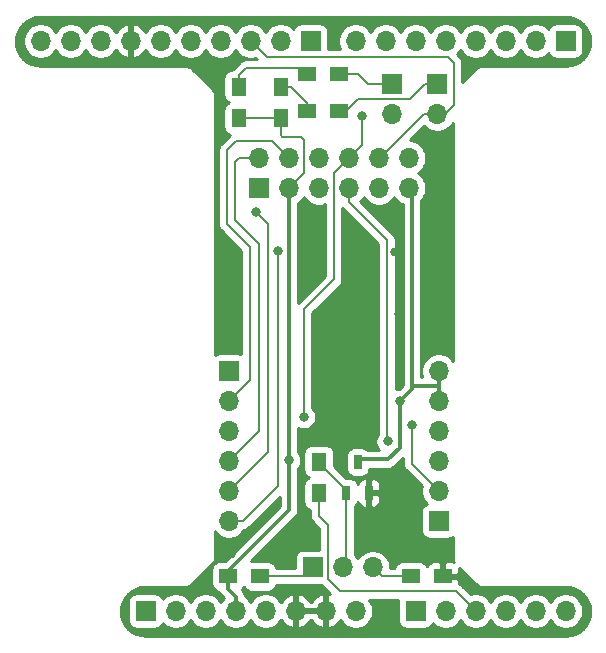
<source format=gtl>
G04 #@! TF.GenerationSoftware,KiCad,Pcbnew,5.1.5*
G04 #@! TF.CreationDate,2020-04-17T15:56:53+02:00*
G04 #@! TF.ProjectId,rpi_mrf_radio_shield,7270695f-6d72-4665-9f72-6164696f5f73,rev?*
G04 #@! TF.SameCoordinates,Original*
G04 #@! TF.FileFunction,Copper,L1,Top*
G04 #@! TF.FilePolarity,Positive*
%FSLAX46Y46*%
G04 Gerber Fmt 4.6, Leading zero omitted, Abs format (unit mm)*
G04 Created by KiCad (PCBNEW 5.1.5) date 2020-04-17 15:56:53*
%MOMM*%
%LPD*%
G04 APERTURE LIST*
%ADD10R,1.700000X1.700000*%
%ADD11O,1.700000X1.700000*%
%ADD12R,0.650000X1.220000*%
%ADD13R,1.500000X1.300000*%
%ADD14R,1.300000X1.500000*%
%ADD15C,0.685800*%
%ADD16C,0.800000*%
%ADD17C,0.203200*%
%ADD18C,0.304800*%
%ADD19C,0.152400*%
%ADD20C,0.254000*%
G04 APERTURE END LIST*
D10*
X162001100Y-136113600D03*
D11*
X164541100Y-136113600D03*
X167081100Y-136113600D03*
X169621100Y-136113600D03*
X172161100Y-136113600D03*
X174701100Y-136113600D03*
D10*
X146176900Y-115793600D03*
D11*
X146176900Y-118333600D03*
X146176900Y-120873600D03*
X146176900Y-123413600D03*
X146176900Y-125953600D03*
X146176900Y-128493600D03*
X163956900Y-115793600D03*
X163956900Y-118333600D03*
X163956900Y-120873600D03*
X163956900Y-123413600D03*
X163956900Y-125953600D03*
D10*
X163956900Y-128493600D03*
D12*
X156145100Y-126120600D03*
X158045100Y-126120600D03*
X157095100Y-123500600D03*
D13*
X164287100Y-133192600D03*
X161587100Y-133192600D03*
D11*
X159969100Y-94076600D03*
D10*
X159969100Y-91536600D03*
D13*
X155524100Y-93822600D03*
X152824100Y-93822600D03*
X155524100Y-90647600D03*
X152824100Y-90647600D03*
D14*
X153793100Y-123460600D03*
X153793100Y-126160600D03*
X150571100Y-91710600D03*
X150571100Y-94410600D03*
X147015100Y-94410600D03*
X147015100Y-91710600D03*
D10*
X139141100Y-136113600D03*
D11*
X141681100Y-136113600D03*
X144221100Y-136113600D03*
X146761100Y-136113600D03*
X149301100Y-136113600D03*
X151841100Y-136113600D03*
X154381100Y-136113600D03*
X156921100Y-136113600D03*
D10*
X153111100Y-87853600D03*
D11*
X150571100Y-87853600D03*
X148031100Y-87853600D03*
X145491100Y-87853600D03*
X142951100Y-87853600D03*
X140411100Y-87853600D03*
X137871100Y-87853600D03*
X135331100Y-87853600D03*
X132791100Y-87853600D03*
X130251100Y-87853600D03*
D10*
X174701100Y-87853600D03*
D11*
X172161100Y-87853600D03*
X169621100Y-87853600D03*
X167081100Y-87853600D03*
X164541100Y-87853600D03*
X162001100Y-87853600D03*
X159461100Y-87853600D03*
X156921100Y-87853600D03*
D10*
X148729600Y-100299600D03*
D11*
X148729600Y-97759600D03*
X151269600Y-100299600D03*
X151269600Y-97759600D03*
X153809600Y-100299600D03*
X153809600Y-97759600D03*
X156349600Y-100299600D03*
X156349600Y-97759600D03*
X158889600Y-100299600D03*
X158889600Y-97759600D03*
X161429600Y-100299600D03*
X161429600Y-97759600D03*
X163829900Y-94076600D03*
D10*
X163829900Y-91536600D03*
D13*
X146093100Y-133192600D03*
X148793100Y-133192600D03*
D10*
X153285100Y-132430600D03*
D11*
X155825100Y-132430600D03*
X158365100Y-132430600D03*
D15*
X157603100Y-115666600D03*
X155317100Y-114904600D03*
X156841100Y-113126600D03*
X160905100Y-130398600D03*
X158619100Y-129382600D03*
X150745100Y-130906600D03*
X152523100Y-130144600D03*
X157095100Y-127604600D03*
X159889100Y-125064600D03*
X159889100Y-127604600D03*
X164207100Y-131160600D03*
X160181210Y-105760600D03*
X160524100Y-110967600D03*
X154605900Y-120238600D03*
X163829900Y-111983600D03*
X163829900Y-105379600D03*
X163829900Y-102204600D03*
X159384900Y-136240600D03*
X149932300Y-127503000D03*
X146430900Y-131287600D03*
X145922900Y-111602600D03*
X145922900Y-108427600D03*
X154685900Y-112745600D03*
X156590900Y-106903600D03*
X153415900Y-106014600D03*
X160625700Y-113710800D03*
X152526900Y-107665600D03*
X145922900Y-106141600D03*
X155905100Y-110967600D03*
D16*
X161670900Y-120365600D03*
X152526900Y-119673410D03*
X157429100Y-94203600D03*
X148475598Y-102331600D03*
X150317100Y-105633600D03*
X159635100Y-121762600D03*
X151278500Y-123362800D03*
X160654894Y-118333600D03*
D17*
X157990100Y-91536600D02*
X157101100Y-90647600D01*
X157101100Y-90647600D02*
X155524100Y-90647600D01*
X159969100Y-91536600D02*
X157990100Y-91536600D01*
X149428100Y-89250600D02*
X164715100Y-89250600D01*
X148031100Y-87853600D02*
X149428100Y-89250600D01*
X165223100Y-93314600D02*
X164461100Y-94076600D01*
X164715100Y-89250600D02*
X165223100Y-89758600D01*
X165223100Y-89758600D02*
X165223100Y-93314600D01*
X164461100Y-94076600D02*
X163829900Y-94076600D01*
X162699600Y-94076600D02*
X163829900Y-94076600D01*
X159016600Y-97759600D02*
X162699600Y-94076600D01*
X161670900Y-120931285D02*
X161670900Y-120365600D01*
X161670900Y-123667600D02*
X161670900Y-120931285D01*
X163956900Y-125953600D02*
X161670900Y-123667600D01*
X158889600Y-97759600D02*
X159016600Y-97759600D01*
X147878700Y-87853600D02*
X148031100Y-87853600D01*
X152526900Y-110586600D02*
X155066900Y-108046600D01*
X152526900Y-119673410D02*
X152526900Y-110586600D01*
X155066900Y-108046600D02*
X155066900Y-102156380D01*
X155066900Y-102156380D02*
X155066900Y-99042300D01*
X155066900Y-99042300D02*
X156349600Y-97759600D01*
X152653900Y-119546410D02*
X152526900Y-119673410D01*
X156349600Y-97759600D02*
X157429100Y-96680100D01*
X157429100Y-96680100D02*
X157429100Y-94769285D01*
X157429100Y-94769285D02*
X157429100Y-94203600D01*
X148716900Y-120873600D02*
X148716900Y-105049400D01*
X146176900Y-123413600D02*
X148716900Y-120873600D01*
X148716900Y-105049400D02*
X146697600Y-103030100D01*
X146697600Y-103030100D02*
X146697600Y-98077100D01*
X146697600Y-98077100D02*
X147015100Y-97759600D01*
X147015100Y-97759600D02*
X148729600Y-97759600D01*
X149478900Y-122651600D02*
X149478900Y-103334902D01*
X146176900Y-125953600D02*
X149478900Y-122651600D01*
X149478900Y-103334902D02*
X148475598Y-102331600D01*
X150317100Y-125572600D02*
X147396100Y-128493600D01*
X150317100Y-105633600D02*
X150317100Y-125572600D01*
X147396100Y-128493600D02*
X146176900Y-128493600D01*
X159635100Y-121762600D02*
X159584300Y-121534000D01*
X159584300Y-104736381D02*
X156349600Y-101501681D01*
X159584300Y-121534000D02*
X159584300Y-104736381D01*
X156349600Y-101501681D02*
X156349600Y-100299600D01*
X146824600Y-96299100D02*
X149809100Y-96299100D01*
X145999100Y-103347600D02*
X145999100Y-97124600D01*
X149809100Y-96299100D02*
X150419601Y-96909601D01*
X147954900Y-105303400D02*
X145999100Y-103347600D01*
X146176900Y-118333600D02*
X147954900Y-116555600D01*
X145999100Y-97124600D02*
X146824600Y-96299100D01*
X147954900Y-116555600D02*
X147954900Y-105303400D01*
X150419601Y-96909601D02*
X151269600Y-97759600D01*
D18*
X146761100Y-134911519D02*
X146093100Y-134243519D01*
X146761100Y-136113600D02*
X146761100Y-134911519D01*
X146093100Y-134243519D02*
X146093100Y-133192600D01*
X151278500Y-127579200D02*
X146093100Y-132764600D01*
D19*
X151278500Y-127433400D02*
X151278500Y-127579200D01*
D18*
X146093100Y-132764600D02*
X146093100Y-133192600D01*
X151278500Y-123928485D02*
X151278500Y-123362800D01*
X151278500Y-127433400D02*
X151278500Y-123928485D01*
X151269600Y-123353900D02*
X151278500Y-123362800D01*
X151269600Y-100299600D02*
X151269600Y-123353900D01*
D17*
X150571100Y-94410600D02*
X149717900Y-94410600D01*
X149717900Y-94410600D02*
X147015100Y-94410600D01*
X150709300Y-95981600D02*
X150571100Y-95843400D01*
X150571100Y-95843400D02*
X150571100Y-94410600D01*
X152539600Y-96235600D02*
X152539600Y-99029600D01*
X152539600Y-99029600D02*
X151269600Y-100299600D01*
X152285600Y-95981600D02*
X152539600Y-96235600D01*
X150709300Y-95981600D02*
X152285600Y-95981600D01*
D19*
X154555100Y-128841000D02*
X153793100Y-128079000D01*
X153793100Y-128079000D02*
X153793100Y-126160600D01*
X154555100Y-133446600D02*
X154555100Y-128841000D01*
X165430100Y-134462600D02*
X155571100Y-134462600D01*
X155571100Y-134462600D02*
X154555100Y-133446600D01*
X167081100Y-136113600D02*
X165430100Y-134462600D01*
D18*
X157151500Y-123286600D02*
X159680300Y-123286600D01*
X156937500Y-123500600D02*
X157151500Y-123286600D01*
X159680300Y-123286600D02*
X160654900Y-122312000D01*
X160654900Y-122312000D02*
X160654900Y-118333606D01*
X160654900Y-118333606D02*
X160654894Y-118333600D01*
X163956900Y-115793600D02*
X163956900Y-117063600D01*
X163956900Y-117063600D02*
X163956900Y-118333600D01*
X161683600Y-117304894D02*
X161683600Y-117063600D01*
X161683600Y-117063600D02*
X161683600Y-100553600D01*
X163956900Y-117063600D02*
X161683600Y-117063600D01*
X160654894Y-118333600D02*
X161683600Y-117304894D01*
X161683600Y-100553600D02*
X161429600Y-100299600D01*
D17*
X152824100Y-93107600D02*
X151427100Y-91710600D01*
X152824100Y-93822600D02*
X152824100Y-93107600D01*
X151427100Y-91710600D02*
X151424300Y-91710600D01*
X151424300Y-91710600D02*
X150571100Y-91710600D01*
X150571100Y-91790600D02*
X151079100Y-92298600D01*
X150571100Y-91710600D02*
X150571100Y-91790600D01*
X147015100Y-90757400D02*
X147632900Y-90139600D01*
X152316100Y-90139600D02*
X152824100Y-90647600D01*
X147015100Y-91710600D02*
X147015100Y-90757400D01*
X147632900Y-90139600D02*
X152316100Y-90139600D01*
X162776700Y-91536600D02*
X161506700Y-92806600D01*
X163829900Y-91536600D02*
X162776700Y-91536600D01*
X156079100Y-93822600D02*
X155524100Y-93822600D01*
X161506700Y-92806600D02*
X157095100Y-92806600D01*
X157095100Y-92806600D02*
X156079100Y-93822600D01*
D19*
X156145100Y-126120600D02*
X156145100Y-132110600D01*
X156145100Y-132110600D02*
X155825100Y-132430600D01*
X156145100Y-126405600D02*
X156145100Y-126120600D01*
X153793100Y-123460600D02*
X153793100Y-123560600D01*
X156145100Y-125912600D02*
X156145100Y-126120600D01*
X153793100Y-123560600D02*
X156145100Y-125912600D01*
X148793100Y-133192600D02*
X152523100Y-133192600D01*
X152523100Y-133192600D02*
X153285100Y-132430600D01*
X152777100Y-132938600D02*
X153285100Y-132430600D01*
X161587100Y-133192600D02*
X159127100Y-133192600D01*
X159127100Y-133192600D02*
X158365100Y-132430600D01*
D20*
G36*
X155826225Y-102025055D02*
G01*
X155854332Y-102048122D01*
X158847701Y-105041492D01*
X158847700Y-121086289D01*
X158831163Y-121102826D01*
X158717895Y-121272344D01*
X158639874Y-121460702D01*
X158600100Y-121660661D01*
X158600100Y-121864539D01*
X158639874Y-122064498D01*
X158717895Y-122252856D01*
X158831163Y-122422374D01*
X158907989Y-122499200D01*
X157920349Y-122499200D01*
X157871285Y-122439415D01*
X157774594Y-122360063D01*
X157664280Y-122301098D01*
X157544582Y-122264788D01*
X157420100Y-122252528D01*
X156770100Y-122252528D01*
X156645618Y-122264788D01*
X156525920Y-122301098D01*
X156415606Y-122360063D01*
X156318915Y-122439415D01*
X156239563Y-122536106D01*
X156180598Y-122646420D01*
X156144288Y-122766118D01*
X156132028Y-122890600D01*
X156132028Y-124110600D01*
X156144288Y-124235082D01*
X156180598Y-124354780D01*
X156239563Y-124465094D01*
X156318915Y-124561785D01*
X156415606Y-124641137D01*
X156525920Y-124700102D01*
X156645618Y-124736412D01*
X156770100Y-124748672D01*
X157420100Y-124748672D01*
X157544582Y-124736412D01*
X157664280Y-124700102D01*
X157774594Y-124641137D01*
X157871285Y-124561785D01*
X157950637Y-124465094D01*
X158009602Y-124354780D01*
X158045912Y-124235082D01*
X158058172Y-124110600D01*
X158058172Y-124074000D01*
X159641637Y-124074000D01*
X159680300Y-124077808D01*
X159718963Y-124074000D01*
X159718973Y-124074000D01*
X159834657Y-124062606D01*
X159983083Y-124017582D01*
X160119872Y-123944466D01*
X160239769Y-123846069D01*
X160264427Y-123816023D01*
X160934300Y-123146151D01*
X160934300Y-123631416D01*
X160930736Y-123667600D01*
X160934300Y-123703783D01*
X160934300Y-123703785D01*
X160944958Y-123811998D01*
X160987078Y-123950848D01*
X161025416Y-124022574D01*
X161055476Y-124078812D01*
X161120846Y-124158465D01*
X161147525Y-124190974D01*
X161175632Y-124214041D01*
X162521181Y-125559590D01*
X162471900Y-125807340D01*
X162471900Y-126099860D01*
X162528968Y-126386758D01*
X162640910Y-126657011D01*
X162803425Y-126900232D01*
X162935280Y-127032087D01*
X162862720Y-127054098D01*
X162752406Y-127113063D01*
X162655715Y-127192415D01*
X162576363Y-127289106D01*
X162517398Y-127399420D01*
X162481088Y-127519118D01*
X162468828Y-127643600D01*
X162468828Y-129343600D01*
X162481088Y-129468082D01*
X162517398Y-129587780D01*
X162576363Y-129698094D01*
X162655715Y-129794785D01*
X162752406Y-129874137D01*
X162862720Y-129933102D01*
X162982418Y-129969412D01*
X163106900Y-129981672D01*
X164806900Y-129981672D01*
X164931382Y-129969412D01*
X165051080Y-129933102D01*
X165152001Y-129879158D01*
X165152001Y-130584623D01*
X165152000Y-131600625D01*
X165148565Y-131635500D01*
X165152000Y-131670375D01*
X165152000Y-131670376D01*
X165162273Y-131774683D01*
X165202872Y-131908519D01*
X165216138Y-131933337D01*
X165161582Y-131916788D01*
X165037100Y-131904528D01*
X164572850Y-131907600D01*
X164414100Y-132066350D01*
X164414100Y-133065600D01*
X165513350Y-133065600D01*
X165672100Y-132906850D01*
X165675172Y-132542600D01*
X165665358Y-132442949D01*
X167049792Y-133827384D01*
X167072025Y-133854475D01*
X167180137Y-133943200D01*
X167303480Y-134009128D01*
X167437316Y-134049727D01*
X167541623Y-134060000D01*
X167541624Y-134060000D01*
X167576499Y-134063435D01*
X167611374Y-134060000D01*
X174653781Y-134060000D01*
X175092621Y-134103028D01*
X175481354Y-134220394D01*
X175839880Y-134411025D01*
X176154559Y-134667671D01*
X176413391Y-134980545D01*
X176606524Y-135337736D01*
X176726600Y-135725640D01*
X176769044Y-136129476D01*
X176732242Y-136533864D01*
X176617595Y-136923405D01*
X176429467Y-137283259D01*
X176175028Y-137599716D01*
X175863970Y-137860725D01*
X175508135Y-138056348D01*
X175121077Y-138179129D01*
X174685390Y-138228000D01*
X139163229Y-138228000D01*
X138724378Y-138184971D01*
X138335648Y-138067607D01*
X137977117Y-137876972D01*
X137662440Y-137620328D01*
X137403607Y-137307452D01*
X137210476Y-136950264D01*
X137090400Y-136562359D01*
X137047955Y-136158528D01*
X137084758Y-135754135D01*
X137199405Y-135364595D01*
X137387532Y-135004744D01*
X137641974Y-134688281D01*
X137953032Y-134427273D01*
X138308865Y-134231652D01*
X138695919Y-134108871D01*
X139131609Y-134060000D01*
X142522625Y-134060000D01*
X142557500Y-134063435D01*
X142592375Y-134060000D01*
X142592377Y-134060000D01*
X142696684Y-134049727D01*
X142830520Y-134009128D01*
X142953863Y-133943200D01*
X143061975Y-133854475D01*
X143084212Y-133827379D01*
X144749389Y-132162203D01*
X144776474Y-132139975D01*
X144798704Y-132112888D01*
X144798707Y-132112885D01*
X144865199Y-132031864D01*
X144865201Y-132031862D01*
X144931128Y-131908520D01*
X144971727Y-131774684D01*
X144982000Y-131670377D01*
X144982000Y-131670376D01*
X144985435Y-131635501D01*
X144982000Y-131600626D01*
X144982000Y-129378235D01*
X145023425Y-129440232D01*
X145230268Y-129647075D01*
X145473489Y-129809590D01*
X145743742Y-129921532D01*
X146030640Y-129978600D01*
X146323160Y-129978600D01*
X146610058Y-129921532D01*
X146880311Y-129809590D01*
X147123532Y-129647075D01*
X147330375Y-129440232D01*
X147473421Y-129226149D01*
X147540499Y-129219542D01*
X147679349Y-129177422D01*
X147807313Y-129109024D01*
X147919475Y-129016975D01*
X147942546Y-128988863D01*
X150491100Y-126440310D01*
X150491100Y-127253049D01*
X145839622Y-131904528D01*
X145343100Y-131904528D01*
X145218618Y-131916788D01*
X145098920Y-131953098D01*
X144988606Y-132012063D01*
X144891915Y-132091415D01*
X144812563Y-132188106D01*
X144753598Y-132298420D01*
X144717288Y-132418118D01*
X144705028Y-132542600D01*
X144705028Y-133842600D01*
X144717288Y-133967082D01*
X144753598Y-134086780D01*
X144812563Y-134197094D01*
X144891915Y-134293785D01*
X144988606Y-134373137D01*
X145098920Y-134432102D01*
X145218618Y-134468412D01*
X145342182Y-134480582D01*
X145362118Y-134546301D01*
X145435234Y-134683090D01*
X145533631Y-134802988D01*
X145563677Y-134827646D01*
X145755312Y-135019281D01*
X145607625Y-135166968D01*
X145491100Y-135341360D01*
X145374575Y-135166968D01*
X145167732Y-134960125D01*
X144924511Y-134797610D01*
X144654258Y-134685668D01*
X144367360Y-134628600D01*
X144074840Y-134628600D01*
X143787942Y-134685668D01*
X143517689Y-134797610D01*
X143274468Y-134960125D01*
X143067625Y-135166968D01*
X142951100Y-135341360D01*
X142834575Y-135166968D01*
X142627732Y-134960125D01*
X142384511Y-134797610D01*
X142114258Y-134685668D01*
X141827360Y-134628600D01*
X141534840Y-134628600D01*
X141247942Y-134685668D01*
X140977689Y-134797610D01*
X140734468Y-134960125D01*
X140602613Y-135091980D01*
X140580602Y-135019420D01*
X140521637Y-134909106D01*
X140442285Y-134812415D01*
X140345594Y-134733063D01*
X140235280Y-134674098D01*
X140115582Y-134637788D01*
X139991100Y-134625528D01*
X138291100Y-134625528D01*
X138166618Y-134637788D01*
X138046920Y-134674098D01*
X137936606Y-134733063D01*
X137839915Y-134812415D01*
X137760563Y-134909106D01*
X137701598Y-135019420D01*
X137665288Y-135139118D01*
X137653028Y-135263600D01*
X137653028Y-136963600D01*
X137665288Y-137088082D01*
X137701598Y-137207780D01*
X137760563Y-137318094D01*
X137839915Y-137414785D01*
X137936606Y-137494137D01*
X138046920Y-137553102D01*
X138166618Y-137589412D01*
X138291100Y-137601672D01*
X139991100Y-137601672D01*
X140115582Y-137589412D01*
X140235280Y-137553102D01*
X140345594Y-137494137D01*
X140442285Y-137414785D01*
X140521637Y-137318094D01*
X140580602Y-137207780D01*
X140602613Y-137135220D01*
X140734468Y-137267075D01*
X140977689Y-137429590D01*
X141247942Y-137541532D01*
X141534840Y-137598600D01*
X141827360Y-137598600D01*
X142114258Y-137541532D01*
X142384511Y-137429590D01*
X142627732Y-137267075D01*
X142834575Y-137060232D01*
X142951100Y-136885840D01*
X143067625Y-137060232D01*
X143274468Y-137267075D01*
X143517689Y-137429590D01*
X143787942Y-137541532D01*
X144074840Y-137598600D01*
X144367360Y-137598600D01*
X144654258Y-137541532D01*
X144924511Y-137429590D01*
X145167732Y-137267075D01*
X145374575Y-137060232D01*
X145491100Y-136885840D01*
X145607625Y-137060232D01*
X145814468Y-137267075D01*
X146057689Y-137429590D01*
X146327942Y-137541532D01*
X146614840Y-137598600D01*
X146907360Y-137598600D01*
X147194258Y-137541532D01*
X147464511Y-137429590D01*
X147707732Y-137267075D01*
X147914575Y-137060232D01*
X148031100Y-136885840D01*
X148147625Y-137060232D01*
X148354468Y-137267075D01*
X148597689Y-137429590D01*
X148867942Y-137541532D01*
X149154840Y-137598600D01*
X149447360Y-137598600D01*
X149734258Y-137541532D01*
X150004511Y-137429590D01*
X150247732Y-137267075D01*
X150454575Y-137060232D01*
X150576295Y-136878066D01*
X150645922Y-136994955D01*
X150840831Y-137211188D01*
X151074180Y-137385241D01*
X151337001Y-137510425D01*
X151484210Y-137555076D01*
X151714100Y-137433755D01*
X151714100Y-136240600D01*
X151968100Y-136240600D01*
X151968100Y-137433755D01*
X152197990Y-137555076D01*
X152345199Y-137510425D01*
X152608020Y-137385241D01*
X152841369Y-137211188D01*
X153036278Y-136994955D01*
X153111100Y-136869345D01*
X153185922Y-136994955D01*
X153380831Y-137211188D01*
X153614180Y-137385241D01*
X153877001Y-137510425D01*
X154024210Y-137555076D01*
X154254100Y-137433755D01*
X154254100Y-136240600D01*
X151968100Y-136240600D01*
X151714100Y-136240600D01*
X151694100Y-136240600D01*
X151694100Y-135986600D01*
X151714100Y-135986600D01*
X151714100Y-134793445D01*
X151968100Y-134793445D01*
X151968100Y-135986600D01*
X154254100Y-135986600D01*
X154254100Y-134793445D01*
X154024210Y-134672124D01*
X153877001Y-134716775D01*
X153614180Y-134841959D01*
X153380831Y-135016012D01*
X153185922Y-135232245D01*
X153111100Y-135357855D01*
X153036278Y-135232245D01*
X152841369Y-135016012D01*
X152608020Y-134841959D01*
X152345199Y-134716775D01*
X152197990Y-134672124D01*
X151968100Y-134793445D01*
X151714100Y-134793445D01*
X151484210Y-134672124D01*
X151337001Y-134716775D01*
X151074180Y-134841959D01*
X150840831Y-135016012D01*
X150645922Y-135232245D01*
X150576295Y-135349134D01*
X150454575Y-135166968D01*
X150247732Y-134960125D01*
X150004511Y-134797610D01*
X149734258Y-134685668D01*
X149447360Y-134628600D01*
X149154840Y-134628600D01*
X148867942Y-134685668D01*
X148597689Y-134797610D01*
X148354468Y-134960125D01*
X148147625Y-135166968D01*
X148031100Y-135341360D01*
X147914575Y-135166968D01*
X147707732Y-134960125D01*
X147546485Y-134852383D01*
X147537106Y-134757162D01*
X147492082Y-134608736D01*
X147418966Y-134471947D01*
X147395793Y-134443711D01*
X147345222Y-134382089D01*
X147345219Y-134382086D01*
X147320569Y-134352050D01*
X147290533Y-134327400D01*
X147273761Y-134310628D01*
X147294285Y-134293785D01*
X147373637Y-134197094D01*
X147432602Y-134086780D01*
X147443100Y-134052173D01*
X147453598Y-134086780D01*
X147512563Y-134197094D01*
X147591915Y-134293785D01*
X147688606Y-134373137D01*
X147798920Y-134432102D01*
X147918618Y-134468412D01*
X148043100Y-134480672D01*
X149543100Y-134480672D01*
X149667582Y-134468412D01*
X149787280Y-134432102D01*
X149897594Y-134373137D01*
X149994285Y-134293785D01*
X150073637Y-134197094D01*
X150132602Y-134086780D01*
X150168912Y-133967082D01*
X150175145Y-133903800D01*
X152302007Y-133903800D01*
X152310618Y-133906412D01*
X152435100Y-133918672D01*
X154022482Y-133918672D01*
X154049773Y-133951926D01*
X154076910Y-133974197D01*
X154790878Y-134688166D01*
X154737990Y-134672124D01*
X154508100Y-134793445D01*
X154508100Y-135986600D01*
X154528100Y-135986600D01*
X154528100Y-136240600D01*
X154508100Y-136240600D01*
X154508100Y-137433755D01*
X154737990Y-137555076D01*
X154885199Y-137510425D01*
X155148020Y-137385241D01*
X155381369Y-137211188D01*
X155576278Y-136994955D01*
X155645905Y-136878066D01*
X155767625Y-137060232D01*
X155974468Y-137267075D01*
X156217689Y-137429590D01*
X156487942Y-137541532D01*
X156774840Y-137598600D01*
X157067360Y-137598600D01*
X157354258Y-137541532D01*
X157624511Y-137429590D01*
X157867732Y-137267075D01*
X158074575Y-137060232D01*
X158237090Y-136817011D01*
X158349032Y-136546758D01*
X158406100Y-136259860D01*
X158406100Y-135967340D01*
X158349032Y-135680442D01*
X158237090Y-135410189D01*
X158079140Y-135173800D01*
X160521872Y-135173800D01*
X160513028Y-135263600D01*
X160513028Y-136963600D01*
X160525288Y-137088082D01*
X160561598Y-137207780D01*
X160620563Y-137318094D01*
X160699915Y-137414785D01*
X160796606Y-137494137D01*
X160906920Y-137553102D01*
X161026618Y-137589412D01*
X161151100Y-137601672D01*
X162851100Y-137601672D01*
X162975582Y-137589412D01*
X163095280Y-137553102D01*
X163205594Y-137494137D01*
X163302285Y-137414785D01*
X163381637Y-137318094D01*
X163440602Y-137207780D01*
X163462613Y-137135220D01*
X163594468Y-137267075D01*
X163837689Y-137429590D01*
X164107942Y-137541532D01*
X164394840Y-137598600D01*
X164687360Y-137598600D01*
X164974258Y-137541532D01*
X165244511Y-137429590D01*
X165487732Y-137267075D01*
X165694575Y-137060232D01*
X165811100Y-136885840D01*
X165927625Y-137060232D01*
X166134468Y-137267075D01*
X166377689Y-137429590D01*
X166647942Y-137541532D01*
X166934840Y-137598600D01*
X167227360Y-137598600D01*
X167514258Y-137541532D01*
X167784511Y-137429590D01*
X168027732Y-137267075D01*
X168234575Y-137060232D01*
X168351100Y-136885840D01*
X168467625Y-137060232D01*
X168674468Y-137267075D01*
X168917689Y-137429590D01*
X169187942Y-137541532D01*
X169474840Y-137598600D01*
X169767360Y-137598600D01*
X170054258Y-137541532D01*
X170324511Y-137429590D01*
X170567732Y-137267075D01*
X170774575Y-137060232D01*
X170891100Y-136885840D01*
X171007625Y-137060232D01*
X171214468Y-137267075D01*
X171457689Y-137429590D01*
X171727942Y-137541532D01*
X172014840Y-137598600D01*
X172307360Y-137598600D01*
X172594258Y-137541532D01*
X172864511Y-137429590D01*
X173107732Y-137267075D01*
X173314575Y-137060232D01*
X173431100Y-136885840D01*
X173547625Y-137060232D01*
X173754468Y-137267075D01*
X173997689Y-137429590D01*
X174267942Y-137541532D01*
X174554840Y-137598600D01*
X174847360Y-137598600D01*
X175134258Y-137541532D01*
X175404511Y-137429590D01*
X175647732Y-137267075D01*
X175854575Y-137060232D01*
X176017090Y-136817011D01*
X176129032Y-136546758D01*
X176186100Y-136259860D01*
X176186100Y-135967340D01*
X176129032Y-135680442D01*
X176017090Y-135410189D01*
X175854575Y-135166968D01*
X175647732Y-134960125D01*
X175404511Y-134797610D01*
X175134258Y-134685668D01*
X174847360Y-134628600D01*
X174554840Y-134628600D01*
X174267942Y-134685668D01*
X173997689Y-134797610D01*
X173754468Y-134960125D01*
X173547625Y-135166968D01*
X173431100Y-135341360D01*
X173314575Y-135166968D01*
X173107732Y-134960125D01*
X172864511Y-134797610D01*
X172594258Y-134685668D01*
X172307360Y-134628600D01*
X172014840Y-134628600D01*
X171727942Y-134685668D01*
X171457689Y-134797610D01*
X171214468Y-134960125D01*
X171007625Y-135166968D01*
X170891100Y-135341360D01*
X170774575Y-135166968D01*
X170567732Y-134960125D01*
X170324511Y-134797610D01*
X170054258Y-134685668D01*
X169767360Y-134628600D01*
X169474840Y-134628600D01*
X169187942Y-134685668D01*
X168917689Y-134797610D01*
X168674468Y-134960125D01*
X168467625Y-135166968D01*
X168351100Y-135341360D01*
X168234575Y-135166968D01*
X168027732Y-134960125D01*
X167784511Y-134797610D01*
X167514258Y-134685668D01*
X167227360Y-134628600D01*
X166934840Y-134628600D01*
X166657129Y-134683841D01*
X165957702Y-133984414D01*
X165935427Y-133957273D01*
X165827133Y-133868398D01*
X165703581Y-133802358D01*
X165674759Y-133793615D01*
X165672100Y-133478350D01*
X165513350Y-133319600D01*
X164414100Y-133319600D01*
X164414100Y-133339600D01*
X164160100Y-133339600D01*
X164160100Y-133319600D01*
X164140100Y-133319600D01*
X164140100Y-133065600D01*
X164160100Y-133065600D01*
X164160100Y-132066350D01*
X164001350Y-131907600D01*
X163537100Y-131904528D01*
X163412618Y-131916788D01*
X163292920Y-131953098D01*
X163182606Y-132012063D01*
X163085915Y-132091415D01*
X163006563Y-132188106D01*
X162947598Y-132298420D01*
X162937100Y-132333027D01*
X162926602Y-132298420D01*
X162867637Y-132188106D01*
X162788285Y-132091415D01*
X162691594Y-132012063D01*
X162581280Y-131953098D01*
X162461582Y-131916788D01*
X162337100Y-131904528D01*
X160837100Y-131904528D01*
X160712618Y-131916788D01*
X160592920Y-131953098D01*
X160482606Y-132012063D01*
X160385915Y-132091415D01*
X160306563Y-132188106D01*
X160247598Y-132298420D01*
X160211288Y-132418118D01*
X160205055Y-132481400D01*
X159850100Y-132481400D01*
X159850100Y-132284340D01*
X159793032Y-131997442D01*
X159681090Y-131727189D01*
X159518575Y-131483968D01*
X159311732Y-131277125D01*
X159068511Y-131114610D01*
X158798258Y-131002668D01*
X158511360Y-130945600D01*
X158218840Y-130945600D01*
X157931942Y-131002668D01*
X157661689Y-131114610D01*
X157418468Y-131277125D01*
X157211625Y-131483968D01*
X157095100Y-131658360D01*
X156978575Y-131483968D01*
X156856300Y-131361693D01*
X156856300Y-127235117D01*
X156921285Y-127181785D01*
X157000637Y-127085094D01*
X157059602Y-126974780D01*
X157095100Y-126857759D01*
X157130598Y-126974780D01*
X157189563Y-127085094D01*
X157268915Y-127181785D01*
X157365606Y-127261137D01*
X157475920Y-127320102D01*
X157595618Y-127356412D01*
X157720100Y-127368672D01*
X157759350Y-127365600D01*
X157918100Y-127206850D01*
X157918100Y-126247600D01*
X158172100Y-126247600D01*
X158172100Y-127206850D01*
X158330850Y-127365600D01*
X158370100Y-127368672D01*
X158494582Y-127356412D01*
X158614280Y-127320102D01*
X158724594Y-127261137D01*
X158821285Y-127181785D01*
X158900637Y-127085094D01*
X158959602Y-126974780D01*
X158995912Y-126855082D01*
X159008172Y-126730600D01*
X159005100Y-126406350D01*
X158846350Y-126247600D01*
X158172100Y-126247600D01*
X157918100Y-126247600D01*
X157898100Y-126247600D01*
X157898100Y-125993600D01*
X157918100Y-125993600D01*
X157918100Y-125034350D01*
X158172100Y-125034350D01*
X158172100Y-125993600D01*
X158846350Y-125993600D01*
X159005100Y-125834850D01*
X159008172Y-125510600D01*
X158995912Y-125386118D01*
X158959602Y-125266420D01*
X158900637Y-125156106D01*
X158821285Y-125059415D01*
X158724594Y-124980063D01*
X158614280Y-124921098D01*
X158494582Y-124884788D01*
X158370100Y-124872528D01*
X158330850Y-124875600D01*
X158172100Y-125034350D01*
X157918100Y-125034350D01*
X157759350Y-124875600D01*
X157720100Y-124872528D01*
X157595618Y-124884788D01*
X157475920Y-124921098D01*
X157365606Y-124980063D01*
X157268915Y-125059415D01*
X157189563Y-125156106D01*
X157130598Y-125266420D01*
X157095100Y-125383441D01*
X157059602Y-125266420D01*
X157000637Y-125156106D01*
X156921285Y-125059415D01*
X156824594Y-124980063D01*
X156714280Y-124921098D01*
X156594582Y-124884788D01*
X156470100Y-124872528D01*
X156110817Y-124872528D01*
X155081172Y-123842884D01*
X155081172Y-122710600D01*
X155068912Y-122586118D01*
X155032602Y-122466420D01*
X154973637Y-122356106D01*
X154894285Y-122259415D01*
X154797594Y-122180063D01*
X154687280Y-122121098D01*
X154567582Y-122084788D01*
X154443100Y-122072528D01*
X153143100Y-122072528D01*
X153018618Y-122084788D01*
X152898920Y-122121098D01*
X152788606Y-122180063D01*
X152691915Y-122259415D01*
X152612563Y-122356106D01*
X152553598Y-122466420D01*
X152517288Y-122586118D01*
X152505028Y-122710600D01*
X152505028Y-124210600D01*
X152517288Y-124335082D01*
X152553598Y-124454780D01*
X152612563Y-124565094D01*
X152691915Y-124661785D01*
X152788606Y-124741137D01*
X152898920Y-124800102D01*
X152933527Y-124810600D01*
X152898920Y-124821098D01*
X152788606Y-124880063D01*
X152691915Y-124959415D01*
X152612563Y-125056106D01*
X152553598Y-125166420D01*
X152517288Y-125286118D01*
X152505028Y-125410600D01*
X152505028Y-126910600D01*
X152517288Y-127035082D01*
X152553598Y-127154780D01*
X152612563Y-127265094D01*
X152691915Y-127361785D01*
X152788606Y-127441137D01*
X152898920Y-127500102D01*
X153018618Y-127536412D01*
X153081900Y-127542645D01*
X153081900Y-128044074D01*
X153078460Y-128079000D01*
X153081900Y-128113926D01*
X153081900Y-128113935D01*
X153092191Y-128218419D01*
X153132858Y-128352480D01*
X153198898Y-128476032D01*
X153287773Y-128584326D01*
X153314910Y-128606597D01*
X153843901Y-129135589D01*
X153843901Y-130942528D01*
X152435100Y-130942528D01*
X152310618Y-130954788D01*
X152190920Y-130991098D01*
X152080606Y-131050063D01*
X151983915Y-131129415D01*
X151904563Y-131226106D01*
X151845598Y-131336420D01*
X151809288Y-131456118D01*
X151797028Y-131580600D01*
X151797028Y-132481400D01*
X150175145Y-132481400D01*
X150168912Y-132418118D01*
X150132602Y-132298420D01*
X150073637Y-132188106D01*
X149994285Y-132091415D01*
X149897594Y-132012063D01*
X149787280Y-131953098D01*
X149667582Y-131916788D01*
X149543100Y-131904528D01*
X148066722Y-131904528D01*
X151862621Y-128108630D01*
X151936365Y-128018773D01*
X152009482Y-127881983D01*
X152054505Y-127733558D01*
X152069708Y-127579201D01*
X152062528Y-127506305D01*
X152065900Y-127472073D01*
X152065900Y-124039111D01*
X152082437Y-124022574D01*
X152195705Y-123853056D01*
X152273726Y-123664698D01*
X152313500Y-123464739D01*
X152313500Y-123260861D01*
X152273726Y-123060902D01*
X152195705Y-122872544D01*
X152082437Y-122703026D01*
X152057000Y-122677589D01*
X152057000Y-120599047D01*
X152225002Y-120668636D01*
X152424961Y-120708410D01*
X152628839Y-120708410D01*
X152828798Y-120668636D01*
X153017156Y-120590615D01*
X153186674Y-120477347D01*
X153330837Y-120333184D01*
X153444105Y-120163666D01*
X153522126Y-119975308D01*
X153561900Y-119775349D01*
X153561900Y-119571471D01*
X153522126Y-119371512D01*
X153444105Y-119183154D01*
X153330837Y-119013636D01*
X153263500Y-118946299D01*
X153263500Y-110891709D01*
X155562168Y-108593041D01*
X155590274Y-108569975D01*
X155682324Y-108457813D01*
X155750722Y-108329849D01*
X155792842Y-108190999D01*
X155803500Y-108082786D01*
X155803500Y-108082777D01*
X155807063Y-108046601D01*
X155803500Y-108010425D01*
X155803500Y-101997365D01*
X155826225Y-102025055D01*
G37*
X155826225Y-102025055D02*
X155854332Y-102048122D01*
X158847701Y-105041492D01*
X158847700Y-121086289D01*
X158831163Y-121102826D01*
X158717895Y-121272344D01*
X158639874Y-121460702D01*
X158600100Y-121660661D01*
X158600100Y-121864539D01*
X158639874Y-122064498D01*
X158717895Y-122252856D01*
X158831163Y-122422374D01*
X158907989Y-122499200D01*
X157920349Y-122499200D01*
X157871285Y-122439415D01*
X157774594Y-122360063D01*
X157664280Y-122301098D01*
X157544582Y-122264788D01*
X157420100Y-122252528D01*
X156770100Y-122252528D01*
X156645618Y-122264788D01*
X156525920Y-122301098D01*
X156415606Y-122360063D01*
X156318915Y-122439415D01*
X156239563Y-122536106D01*
X156180598Y-122646420D01*
X156144288Y-122766118D01*
X156132028Y-122890600D01*
X156132028Y-124110600D01*
X156144288Y-124235082D01*
X156180598Y-124354780D01*
X156239563Y-124465094D01*
X156318915Y-124561785D01*
X156415606Y-124641137D01*
X156525920Y-124700102D01*
X156645618Y-124736412D01*
X156770100Y-124748672D01*
X157420100Y-124748672D01*
X157544582Y-124736412D01*
X157664280Y-124700102D01*
X157774594Y-124641137D01*
X157871285Y-124561785D01*
X157950637Y-124465094D01*
X158009602Y-124354780D01*
X158045912Y-124235082D01*
X158058172Y-124110600D01*
X158058172Y-124074000D01*
X159641637Y-124074000D01*
X159680300Y-124077808D01*
X159718963Y-124074000D01*
X159718973Y-124074000D01*
X159834657Y-124062606D01*
X159983083Y-124017582D01*
X160119872Y-123944466D01*
X160239769Y-123846069D01*
X160264427Y-123816023D01*
X160934300Y-123146151D01*
X160934300Y-123631416D01*
X160930736Y-123667600D01*
X160934300Y-123703783D01*
X160934300Y-123703785D01*
X160944958Y-123811998D01*
X160987078Y-123950848D01*
X161025416Y-124022574D01*
X161055476Y-124078812D01*
X161120846Y-124158465D01*
X161147525Y-124190974D01*
X161175632Y-124214041D01*
X162521181Y-125559590D01*
X162471900Y-125807340D01*
X162471900Y-126099860D01*
X162528968Y-126386758D01*
X162640910Y-126657011D01*
X162803425Y-126900232D01*
X162935280Y-127032087D01*
X162862720Y-127054098D01*
X162752406Y-127113063D01*
X162655715Y-127192415D01*
X162576363Y-127289106D01*
X162517398Y-127399420D01*
X162481088Y-127519118D01*
X162468828Y-127643600D01*
X162468828Y-129343600D01*
X162481088Y-129468082D01*
X162517398Y-129587780D01*
X162576363Y-129698094D01*
X162655715Y-129794785D01*
X162752406Y-129874137D01*
X162862720Y-129933102D01*
X162982418Y-129969412D01*
X163106900Y-129981672D01*
X164806900Y-129981672D01*
X164931382Y-129969412D01*
X165051080Y-129933102D01*
X165152001Y-129879158D01*
X165152001Y-130584623D01*
X165152000Y-131600625D01*
X165148565Y-131635500D01*
X165152000Y-131670375D01*
X165152000Y-131670376D01*
X165162273Y-131774683D01*
X165202872Y-131908519D01*
X165216138Y-131933337D01*
X165161582Y-131916788D01*
X165037100Y-131904528D01*
X164572850Y-131907600D01*
X164414100Y-132066350D01*
X164414100Y-133065600D01*
X165513350Y-133065600D01*
X165672100Y-132906850D01*
X165675172Y-132542600D01*
X165665358Y-132442949D01*
X167049792Y-133827384D01*
X167072025Y-133854475D01*
X167180137Y-133943200D01*
X167303480Y-134009128D01*
X167437316Y-134049727D01*
X167541623Y-134060000D01*
X167541624Y-134060000D01*
X167576499Y-134063435D01*
X167611374Y-134060000D01*
X174653781Y-134060000D01*
X175092621Y-134103028D01*
X175481354Y-134220394D01*
X175839880Y-134411025D01*
X176154559Y-134667671D01*
X176413391Y-134980545D01*
X176606524Y-135337736D01*
X176726600Y-135725640D01*
X176769044Y-136129476D01*
X176732242Y-136533864D01*
X176617595Y-136923405D01*
X176429467Y-137283259D01*
X176175028Y-137599716D01*
X175863970Y-137860725D01*
X175508135Y-138056348D01*
X175121077Y-138179129D01*
X174685390Y-138228000D01*
X139163229Y-138228000D01*
X138724378Y-138184971D01*
X138335648Y-138067607D01*
X137977117Y-137876972D01*
X137662440Y-137620328D01*
X137403607Y-137307452D01*
X137210476Y-136950264D01*
X137090400Y-136562359D01*
X137047955Y-136158528D01*
X137084758Y-135754135D01*
X137199405Y-135364595D01*
X137387532Y-135004744D01*
X137641974Y-134688281D01*
X137953032Y-134427273D01*
X138308865Y-134231652D01*
X138695919Y-134108871D01*
X139131609Y-134060000D01*
X142522625Y-134060000D01*
X142557500Y-134063435D01*
X142592375Y-134060000D01*
X142592377Y-134060000D01*
X142696684Y-134049727D01*
X142830520Y-134009128D01*
X142953863Y-133943200D01*
X143061975Y-133854475D01*
X143084212Y-133827379D01*
X144749389Y-132162203D01*
X144776474Y-132139975D01*
X144798704Y-132112888D01*
X144798707Y-132112885D01*
X144865199Y-132031864D01*
X144865201Y-132031862D01*
X144931128Y-131908520D01*
X144971727Y-131774684D01*
X144982000Y-131670377D01*
X144982000Y-131670376D01*
X144985435Y-131635501D01*
X144982000Y-131600626D01*
X144982000Y-129378235D01*
X145023425Y-129440232D01*
X145230268Y-129647075D01*
X145473489Y-129809590D01*
X145743742Y-129921532D01*
X146030640Y-129978600D01*
X146323160Y-129978600D01*
X146610058Y-129921532D01*
X146880311Y-129809590D01*
X147123532Y-129647075D01*
X147330375Y-129440232D01*
X147473421Y-129226149D01*
X147540499Y-129219542D01*
X147679349Y-129177422D01*
X147807313Y-129109024D01*
X147919475Y-129016975D01*
X147942546Y-128988863D01*
X150491100Y-126440310D01*
X150491100Y-127253049D01*
X145839622Y-131904528D01*
X145343100Y-131904528D01*
X145218618Y-131916788D01*
X145098920Y-131953098D01*
X144988606Y-132012063D01*
X144891915Y-132091415D01*
X144812563Y-132188106D01*
X144753598Y-132298420D01*
X144717288Y-132418118D01*
X144705028Y-132542600D01*
X144705028Y-133842600D01*
X144717288Y-133967082D01*
X144753598Y-134086780D01*
X144812563Y-134197094D01*
X144891915Y-134293785D01*
X144988606Y-134373137D01*
X145098920Y-134432102D01*
X145218618Y-134468412D01*
X145342182Y-134480582D01*
X145362118Y-134546301D01*
X145435234Y-134683090D01*
X145533631Y-134802988D01*
X145563677Y-134827646D01*
X145755312Y-135019281D01*
X145607625Y-135166968D01*
X145491100Y-135341360D01*
X145374575Y-135166968D01*
X145167732Y-134960125D01*
X144924511Y-134797610D01*
X144654258Y-134685668D01*
X144367360Y-134628600D01*
X144074840Y-134628600D01*
X143787942Y-134685668D01*
X143517689Y-134797610D01*
X143274468Y-134960125D01*
X143067625Y-135166968D01*
X142951100Y-135341360D01*
X142834575Y-135166968D01*
X142627732Y-134960125D01*
X142384511Y-134797610D01*
X142114258Y-134685668D01*
X141827360Y-134628600D01*
X141534840Y-134628600D01*
X141247942Y-134685668D01*
X140977689Y-134797610D01*
X140734468Y-134960125D01*
X140602613Y-135091980D01*
X140580602Y-135019420D01*
X140521637Y-134909106D01*
X140442285Y-134812415D01*
X140345594Y-134733063D01*
X140235280Y-134674098D01*
X140115582Y-134637788D01*
X139991100Y-134625528D01*
X138291100Y-134625528D01*
X138166618Y-134637788D01*
X138046920Y-134674098D01*
X137936606Y-134733063D01*
X137839915Y-134812415D01*
X137760563Y-134909106D01*
X137701598Y-135019420D01*
X137665288Y-135139118D01*
X137653028Y-135263600D01*
X137653028Y-136963600D01*
X137665288Y-137088082D01*
X137701598Y-137207780D01*
X137760563Y-137318094D01*
X137839915Y-137414785D01*
X137936606Y-137494137D01*
X138046920Y-137553102D01*
X138166618Y-137589412D01*
X138291100Y-137601672D01*
X139991100Y-137601672D01*
X140115582Y-137589412D01*
X140235280Y-137553102D01*
X140345594Y-137494137D01*
X140442285Y-137414785D01*
X140521637Y-137318094D01*
X140580602Y-137207780D01*
X140602613Y-137135220D01*
X140734468Y-137267075D01*
X140977689Y-137429590D01*
X141247942Y-137541532D01*
X141534840Y-137598600D01*
X141827360Y-137598600D01*
X142114258Y-137541532D01*
X142384511Y-137429590D01*
X142627732Y-137267075D01*
X142834575Y-137060232D01*
X142951100Y-136885840D01*
X143067625Y-137060232D01*
X143274468Y-137267075D01*
X143517689Y-137429590D01*
X143787942Y-137541532D01*
X144074840Y-137598600D01*
X144367360Y-137598600D01*
X144654258Y-137541532D01*
X144924511Y-137429590D01*
X145167732Y-137267075D01*
X145374575Y-137060232D01*
X145491100Y-136885840D01*
X145607625Y-137060232D01*
X145814468Y-137267075D01*
X146057689Y-137429590D01*
X146327942Y-137541532D01*
X146614840Y-137598600D01*
X146907360Y-137598600D01*
X147194258Y-137541532D01*
X147464511Y-137429590D01*
X147707732Y-137267075D01*
X147914575Y-137060232D01*
X148031100Y-136885840D01*
X148147625Y-137060232D01*
X148354468Y-137267075D01*
X148597689Y-137429590D01*
X148867942Y-137541532D01*
X149154840Y-137598600D01*
X149447360Y-137598600D01*
X149734258Y-137541532D01*
X150004511Y-137429590D01*
X150247732Y-137267075D01*
X150454575Y-137060232D01*
X150576295Y-136878066D01*
X150645922Y-136994955D01*
X150840831Y-137211188D01*
X151074180Y-137385241D01*
X151337001Y-137510425D01*
X151484210Y-137555076D01*
X151714100Y-137433755D01*
X151714100Y-136240600D01*
X151968100Y-136240600D01*
X151968100Y-137433755D01*
X152197990Y-137555076D01*
X152345199Y-137510425D01*
X152608020Y-137385241D01*
X152841369Y-137211188D01*
X153036278Y-136994955D01*
X153111100Y-136869345D01*
X153185922Y-136994955D01*
X153380831Y-137211188D01*
X153614180Y-137385241D01*
X153877001Y-137510425D01*
X154024210Y-137555076D01*
X154254100Y-137433755D01*
X154254100Y-136240600D01*
X151968100Y-136240600D01*
X151714100Y-136240600D01*
X151694100Y-136240600D01*
X151694100Y-135986600D01*
X151714100Y-135986600D01*
X151714100Y-134793445D01*
X151968100Y-134793445D01*
X151968100Y-135986600D01*
X154254100Y-135986600D01*
X154254100Y-134793445D01*
X154024210Y-134672124D01*
X153877001Y-134716775D01*
X153614180Y-134841959D01*
X153380831Y-135016012D01*
X153185922Y-135232245D01*
X153111100Y-135357855D01*
X153036278Y-135232245D01*
X152841369Y-135016012D01*
X152608020Y-134841959D01*
X152345199Y-134716775D01*
X152197990Y-134672124D01*
X151968100Y-134793445D01*
X151714100Y-134793445D01*
X151484210Y-134672124D01*
X151337001Y-134716775D01*
X151074180Y-134841959D01*
X150840831Y-135016012D01*
X150645922Y-135232245D01*
X150576295Y-135349134D01*
X150454575Y-135166968D01*
X150247732Y-134960125D01*
X150004511Y-134797610D01*
X149734258Y-134685668D01*
X149447360Y-134628600D01*
X149154840Y-134628600D01*
X148867942Y-134685668D01*
X148597689Y-134797610D01*
X148354468Y-134960125D01*
X148147625Y-135166968D01*
X148031100Y-135341360D01*
X147914575Y-135166968D01*
X147707732Y-134960125D01*
X147546485Y-134852383D01*
X147537106Y-134757162D01*
X147492082Y-134608736D01*
X147418966Y-134471947D01*
X147395793Y-134443711D01*
X147345222Y-134382089D01*
X147345219Y-134382086D01*
X147320569Y-134352050D01*
X147290533Y-134327400D01*
X147273761Y-134310628D01*
X147294285Y-134293785D01*
X147373637Y-134197094D01*
X147432602Y-134086780D01*
X147443100Y-134052173D01*
X147453598Y-134086780D01*
X147512563Y-134197094D01*
X147591915Y-134293785D01*
X147688606Y-134373137D01*
X147798920Y-134432102D01*
X147918618Y-134468412D01*
X148043100Y-134480672D01*
X149543100Y-134480672D01*
X149667582Y-134468412D01*
X149787280Y-134432102D01*
X149897594Y-134373137D01*
X149994285Y-134293785D01*
X150073637Y-134197094D01*
X150132602Y-134086780D01*
X150168912Y-133967082D01*
X150175145Y-133903800D01*
X152302007Y-133903800D01*
X152310618Y-133906412D01*
X152435100Y-133918672D01*
X154022482Y-133918672D01*
X154049773Y-133951926D01*
X154076910Y-133974197D01*
X154790878Y-134688166D01*
X154737990Y-134672124D01*
X154508100Y-134793445D01*
X154508100Y-135986600D01*
X154528100Y-135986600D01*
X154528100Y-136240600D01*
X154508100Y-136240600D01*
X154508100Y-137433755D01*
X154737990Y-137555076D01*
X154885199Y-137510425D01*
X155148020Y-137385241D01*
X155381369Y-137211188D01*
X155576278Y-136994955D01*
X155645905Y-136878066D01*
X155767625Y-137060232D01*
X155974468Y-137267075D01*
X156217689Y-137429590D01*
X156487942Y-137541532D01*
X156774840Y-137598600D01*
X157067360Y-137598600D01*
X157354258Y-137541532D01*
X157624511Y-137429590D01*
X157867732Y-137267075D01*
X158074575Y-137060232D01*
X158237090Y-136817011D01*
X158349032Y-136546758D01*
X158406100Y-136259860D01*
X158406100Y-135967340D01*
X158349032Y-135680442D01*
X158237090Y-135410189D01*
X158079140Y-135173800D01*
X160521872Y-135173800D01*
X160513028Y-135263600D01*
X160513028Y-136963600D01*
X160525288Y-137088082D01*
X160561598Y-137207780D01*
X160620563Y-137318094D01*
X160699915Y-137414785D01*
X160796606Y-137494137D01*
X160906920Y-137553102D01*
X161026618Y-137589412D01*
X161151100Y-137601672D01*
X162851100Y-137601672D01*
X162975582Y-137589412D01*
X163095280Y-137553102D01*
X163205594Y-137494137D01*
X163302285Y-137414785D01*
X163381637Y-137318094D01*
X163440602Y-137207780D01*
X163462613Y-137135220D01*
X163594468Y-137267075D01*
X163837689Y-137429590D01*
X164107942Y-137541532D01*
X164394840Y-137598600D01*
X164687360Y-137598600D01*
X164974258Y-137541532D01*
X165244511Y-137429590D01*
X165487732Y-137267075D01*
X165694575Y-137060232D01*
X165811100Y-136885840D01*
X165927625Y-137060232D01*
X166134468Y-137267075D01*
X166377689Y-137429590D01*
X166647942Y-137541532D01*
X166934840Y-137598600D01*
X167227360Y-137598600D01*
X167514258Y-137541532D01*
X167784511Y-137429590D01*
X168027732Y-137267075D01*
X168234575Y-137060232D01*
X168351100Y-136885840D01*
X168467625Y-137060232D01*
X168674468Y-137267075D01*
X168917689Y-137429590D01*
X169187942Y-137541532D01*
X169474840Y-137598600D01*
X169767360Y-137598600D01*
X170054258Y-137541532D01*
X170324511Y-137429590D01*
X170567732Y-137267075D01*
X170774575Y-137060232D01*
X170891100Y-136885840D01*
X171007625Y-137060232D01*
X171214468Y-137267075D01*
X171457689Y-137429590D01*
X171727942Y-137541532D01*
X172014840Y-137598600D01*
X172307360Y-137598600D01*
X172594258Y-137541532D01*
X172864511Y-137429590D01*
X173107732Y-137267075D01*
X173314575Y-137060232D01*
X173431100Y-136885840D01*
X173547625Y-137060232D01*
X173754468Y-137267075D01*
X173997689Y-137429590D01*
X174267942Y-137541532D01*
X174554840Y-137598600D01*
X174847360Y-137598600D01*
X175134258Y-137541532D01*
X175404511Y-137429590D01*
X175647732Y-137267075D01*
X175854575Y-137060232D01*
X176017090Y-136817011D01*
X176129032Y-136546758D01*
X176186100Y-136259860D01*
X176186100Y-135967340D01*
X176129032Y-135680442D01*
X176017090Y-135410189D01*
X175854575Y-135166968D01*
X175647732Y-134960125D01*
X175404511Y-134797610D01*
X175134258Y-134685668D01*
X174847360Y-134628600D01*
X174554840Y-134628600D01*
X174267942Y-134685668D01*
X173997689Y-134797610D01*
X173754468Y-134960125D01*
X173547625Y-135166968D01*
X173431100Y-135341360D01*
X173314575Y-135166968D01*
X173107732Y-134960125D01*
X172864511Y-134797610D01*
X172594258Y-134685668D01*
X172307360Y-134628600D01*
X172014840Y-134628600D01*
X171727942Y-134685668D01*
X171457689Y-134797610D01*
X171214468Y-134960125D01*
X171007625Y-135166968D01*
X170891100Y-135341360D01*
X170774575Y-135166968D01*
X170567732Y-134960125D01*
X170324511Y-134797610D01*
X170054258Y-134685668D01*
X169767360Y-134628600D01*
X169474840Y-134628600D01*
X169187942Y-134685668D01*
X168917689Y-134797610D01*
X168674468Y-134960125D01*
X168467625Y-135166968D01*
X168351100Y-135341360D01*
X168234575Y-135166968D01*
X168027732Y-134960125D01*
X167784511Y-134797610D01*
X167514258Y-134685668D01*
X167227360Y-134628600D01*
X166934840Y-134628600D01*
X166657129Y-134683841D01*
X165957702Y-133984414D01*
X165935427Y-133957273D01*
X165827133Y-133868398D01*
X165703581Y-133802358D01*
X165674759Y-133793615D01*
X165672100Y-133478350D01*
X165513350Y-133319600D01*
X164414100Y-133319600D01*
X164414100Y-133339600D01*
X164160100Y-133339600D01*
X164160100Y-133319600D01*
X164140100Y-133319600D01*
X164140100Y-133065600D01*
X164160100Y-133065600D01*
X164160100Y-132066350D01*
X164001350Y-131907600D01*
X163537100Y-131904528D01*
X163412618Y-131916788D01*
X163292920Y-131953098D01*
X163182606Y-132012063D01*
X163085915Y-132091415D01*
X163006563Y-132188106D01*
X162947598Y-132298420D01*
X162937100Y-132333027D01*
X162926602Y-132298420D01*
X162867637Y-132188106D01*
X162788285Y-132091415D01*
X162691594Y-132012063D01*
X162581280Y-131953098D01*
X162461582Y-131916788D01*
X162337100Y-131904528D01*
X160837100Y-131904528D01*
X160712618Y-131916788D01*
X160592920Y-131953098D01*
X160482606Y-132012063D01*
X160385915Y-132091415D01*
X160306563Y-132188106D01*
X160247598Y-132298420D01*
X160211288Y-132418118D01*
X160205055Y-132481400D01*
X159850100Y-132481400D01*
X159850100Y-132284340D01*
X159793032Y-131997442D01*
X159681090Y-131727189D01*
X159518575Y-131483968D01*
X159311732Y-131277125D01*
X159068511Y-131114610D01*
X158798258Y-131002668D01*
X158511360Y-130945600D01*
X158218840Y-130945600D01*
X157931942Y-131002668D01*
X157661689Y-131114610D01*
X157418468Y-131277125D01*
X157211625Y-131483968D01*
X157095100Y-131658360D01*
X156978575Y-131483968D01*
X156856300Y-131361693D01*
X156856300Y-127235117D01*
X156921285Y-127181785D01*
X157000637Y-127085094D01*
X157059602Y-126974780D01*
X157095100Y-126857759D01*
X157130598Y-126974780D01*
X157189563Y-127085094D01*
X157268915Y-127181785D01*
X157365606Y-127261137D01*
X157475920Y-127320102D01*
X157595618Y-127356412D01*
X157720100Y-127368672D01*
X157759350Y-127365600D01*
X157918100Y-127206850D01*
X157918100Y-126247600D01*
X158172100Y-126247600D01*
X158172100Y-127206850D01*
X158330850Y-127365600D01*
X158370100Y-127368672D01*
X158494582Y-127356412D01*
X158614280Y-127320102D01*
X158724594Y-127261137D01*
X158821285Y-127181785D01*
X158900637Y-127085094D01*
X158959602Y-126974780D01*
X158995912Y-126855082D01*
X159008172Y-126730600D01*
X159005100Y-126406350D01*
X158846350Y-126247600D01*
X158172100Y-126247600D01*
X157918100Y-126247600D01*
X157898100Y-126247600D01*
X157898100Y-125993600D01*
X157918100Y-125993600D01*
X157918100Y-125034350D01*
X158172100Y-125034350D01*
X158172100Y-125993600D01*
X158846350Y-125993600D01*
X159005100Y-125834850D01*
X159008172Y-125510600D01*
X158995912Y-125386118D01*
X158959602Y-125266420D01*
X158900637Y-125156106D01*
X158821285Y-125059415D01*
X158724594Y-124980063D01*
X158614280Y-124921098D01*
X158494582Y-124884788D01*
X158370100Y-124872528D01*
X158330850Y-124875600D01*
X158172100Y-125034350D01*
X157918100Y-125034350D01*
X157759350Y-124875600D01*
X157720100Y-124872528D01*
X157595618Y-124884788D01*
X157475920Y-124921098D01*
X157365606Y-124980063D01*
X157268915Y-125059415D01*
X157189563Y-125156106D01*
X157130598Y-125266420D01*
X157095100Y-125383441D01*
X157059602Y-125266420D01*
X157000637Y-125156106D01*
X156921285Y-125059415D01*
X156824594Y-124980063D01*
X156714280Y-124921098D01*
X156594582Y-124884788D01*
X156470100Y-124872528D01*
X156110817Y-124872528D01*
X155081172Y-123842884D01*
X155081172Y-122710600D01*
X155068912Y-122586118D01*
X155032602Y-122466420D01*
X154973637Y-122356106D01*
X154894285Y-122259415D01*
X154797594Y-122180063D01*
X154687280Y-122121098D01*
X154567582Y-122084788D01*
X154443100Y-122072528D01*
X153143100Y-122072528D01*
X153018618Y-122084788D01*
X152898920Y-122121098D01*
X152788606Y-122180063D01*
X152691915Y-122259415D01*
X152612563Y-122356106D01*
X152553598Y-122466420D01*
X152517288Y-122586118D01*
X152505028Y-122710600D01*
X152505028Y-124210600D01*
X152517288Y-124335082D01*
X152553598Y-124454780D01*
X152612563Y-124565094D01*
X152691915Y-124661785D01*
X152788606Y-124741137D01*
X152898920Y-124800102D01*
X152933527Y-124810600D01*
X152898920Y-124821098D01*
X152788606Y-124880063D01*
X152691915Y-124959415D01*
X152612563Y-125056106D01*
X152553598Y-125166420D01*
X152517288Y-125286118D01*
X152505028Y-125410600D01*
X152505028Y-126910600D01*
X152517288Y-127035082D01*
X152553598Y-127154780D01*
X152612563Y-127265094D01*
X152691915Y-127361785D01*
X152788606Y-127441137D01*
X152898920Y-127500102D01*
X153018618Y-127536412D01*
X153081900Y-127542645D01*
X153081900Y-128044074D01*
X153078460Y-128079000D01*
X153081900Y-128113926D01*
X153081900Y-128113935D01*
X153092191Y-128218419D01*
X153132858Y-128352480D01*
X153198898Y-128476032D01*
X153287773Y-128584326D01*
X153314910Y-128606597D01*
X153843901Y-129135589D01*
X153843901Y-130942528D01*
X152435100Y-130942528D01*
X152310618Y-130954788D01*
X152190920Y-130991098D01*
X152080606Y-131050063D01*
X151983915Y-131129415D01*
X151904563Y-131226106D01*
X151845598Y-131336420D01*
X151809288Y-131456118D01*
X151797028Y-131580600D01*
X151797028Y-132481400D01*
X150175145Y-132481400D01*
X150168912Y-132418118D01*
X150132602Y-132298420D01*
X150073637Y-132188106D01*
X149994285Y-132091415D01*
X149897594Y-132012063D01*
X149787280Y-131953098D01*
X149667582Y-131916788D01*
X149543100Y-131904528D01*
X148066722Y-131904528D01*
X151862621Y-128108630D01*
X151936365Y-128018773D01*
X152009482Y-127881983D01*
X152054505Y-127733558D01*
X152069708Y-127579201D01*
X152062528Y-127506305D01*
X152065900Y-127472073D01*
X152065900Y-124039111D01*
X152082437Y-124022574D01*
X152195705Y-123853056D01*
X152273726Y-123664698D01*
X152313500Y-123464739D01*
X152313500Y-123260861D01*
X152273726Y-123060902D01*
X152195705Y-122872544D01*
X152082437Y-122703026D01*
X152057000Y-122677589D01*
X152057000Y-120599047D01*
X152225002Y-120668636D01*
X152424961Y-120708410D01*
X152628839Y-120708410D01*
X152828798Y-120668636D01*
X153017156Y-120590615D01*
X153186674Y-120477347D01*
X153330837Y-120333184D01*
X153444105Y-120163666D01*
X153522126Y-119975308D01*
X153561900Y-119775349D01*
X153561900Y-119571471D01*
X153522126Y-119371512D01*
X153444105Y-119183154D01*
X153330837Y-119013636D01*
X153263500Y-118946299D01*
X153263500Y-110891709D01*
X155562168Y-108593041D01*
X155590274Y-108569975D01*
X155682324Y-108457813D01*
X155750722Y-108329849D01*
X155792842Y-108190999D01*
X155803500Y-108082786D01*
X155803500Y-108082777D01*
X155807063Y-108046601D01*
X155803500Y-108010425D01*
X155803500Y-101997365D01*
X155826225Y-102025055D01*
G36*
X160276125Y-101246232D02*
G01*
X160482968Y-101453075D01*
X160726189Y-101615590D01*
X160896201Y-101686011D01*
X160896200Y-116978743D01*
X160576344Y-117298600D01*
X160552955Y-117298600D01*
X160352996Y-117338374D01*
X160320900Y-117351669D01*
X160320900Y-104772567D01*
X160324464Y-104736381D01*
X160310242Y-104591982D01*
X160268122Y-104453133D01*
X160268122Y-104453132D01*
X160199724Y-104325168D01*
X160107675Y-104213006D01*
X160079569Y-104189940D01*
X157319468Y-101429839D01*
X157503075Y-101246232D01*
X157619600Y-101071840D01*
X157736125Y-101246232D01*
X157942968Y-101453075D01*
X158186189Y-101615590D01*
X158456442Y-101727532D01*
X158743340Y-101784600D01*
X159035860Y-101784600D01*
X159322758Y-101727532D01*
X159593011Y-101615590D01*
X159836232Y-101453075D01*
X160043075Y-101246232D01*
X160159600Y-101071840D01*
X160276125Y-101246232D01*
G37*
X160276125Y-101246232D02*
X160482968Y-101453075D01*
X160726189Y-101615590D01*
X160896201Y-101686011D01*
X160896200Y-116978743D01*
X160576344Y-117298600D01*
X160552955Y-117298600D01*
X160352996Y-117338374D01*
X160320900Y-117351669D01*
X160320900Y-104772567D01*
X160324464Y-104736381D01*
X160310242Y-104591982D01*
X160268122Y-104453133D01*
X160268122Y-104453132D01*
X160199724Y-104325168D01*
X160107675Y-104213006D01*
X160079569Y-104189940D01*
X157319468Y-101429839D01*
X157503075Y-101246232D01*
X157619600Y-101071840D01*
X157736125Y-101246232D01*
X157942968Y-101453075D01*
X158186189Y-101615590D01*
X158456442Y-101727532D01*
X158743340Y-101784600D01*
X159035860Y-101784600D01*
X159322758Y-101727532D01*
X159593011Y-101615590D01*
X159836232Y-101453075D01*
X160043075Y-101246232D01*
X160159600Y-101071840D01*
X160276125Y-101246232D01*
G36*
X165152001Y-114909265D02*
G01*
X165110375Y-114846968D01*
X164903532Y-114640125D01*
X164660311Y-114477610D01*
X164390058Y-114365668D01*
X164103160Y-114308600D01*
X163810640Y-114308600D01*
X163523742Y-114365668D01*
X163253489Y-114477610D01*
X163010268Y-114640125D01*
X162803425Y-114846968D01*
X162640910Y-115090189D01*
X162528968Y-115360442D01*
X162471900Y-115647340D01*
X162471900Y-115939860D01*
X162528968Y-116226758D01*
X162549447Y-116276200D01*
X162471000Y-116276200D01*
X162471000Y-101358307D01*
X162583075Y-101246232D01*
X162745590Y-101003011D01*
X162857532Y-100732758D01*
X162914600Y-100445860D01*
X162914600Y-100153340D01*
X162857532Y-99866442D01*
X162745590Y-99596189D01*
X162583075Y-99352968D01*
X162376232Y-99146125D01*
X162201840Y-99029600D01*
X162376232Y-98913075D01*
X162583075Y-98706232D01*
X162745590Y-98463011D01*
X162857532Y-98192758D01*
X162914600Y-97905860D01*
X162914600Y-97613340D01*
X162857532Y-97326442D01*
X162745590Y-97056189D01*
X162583075Y-96812968D01*
X162376232Y-96606125D01*
X162133011Y-96443610D01*
X161862758Y-96331668D01*
X161575860Y-96274600D01*
X161543310Y-96274600D01*
X162735551Y-95082358D01*
X162883268Y-95230075D01*
X163126489Y-95392590D01*
X163396742Y-95504532D01*
X163683640Y-95561600D01*
X163976160Y-95561600D01*
X164263058Y-95504532D01*
X164533311Y-95392590D01*
X164776532Y-95230075D01*
X164983375Y-95023232D01*
X165145890Y-94780011D01*
X165152000Y-94765260D01*
X165152001Y-114909265D01*
G37*
X165152001Y-114909265D02*
X165110375Y-114846968D01*
X164903532Y-114640125D01*
X164660311Y-114477610D01*
X164390058Y-114365668D01*
X164103160Y-114308600D01*
X163810640Y-114308600D01*
X163523742Y-114365668D01*
X163253489Y-114477610D01*
X163010268Y-114640125D01*
X162803425Y-114846968D01*
X162640910Y-115090189D01*
X162528968Y-115360442D01*
X162471900Y-115647340D01*
X162471900Y-115939860D01*
X162528968Y-116226758D01*
X162549447Y-116276200D01*
X162471000Y-116276200D01*
X162471000Y-101358307D01*
X162583075Y-101246232D01*
X162745590Y-101003011D01*
X162857532Y-100732758D01*
X162914600Y-100445860D01*
X162914600Y-100153340D01*
X162857532Y-99866442D01*
X162745590Y-99596189D01*
X162583075Y-99352968D01*
X162376232Y-99146125D01*
X162201840Y-99029600D01*
X162376232Y-98913075D01*
X162583075Y-98706232D01*
X162745590Y-98463011D01*
X162857532Y-98192758D01*
X162914600Y-97905860D01*
X162914600Y-97613340D01*
X162857532Y-97326442D01*
X162745590Y-97056189D01*
X162583075Y-96812968D01*
X162376232Y-96606125D01*
X162133011Y-96443610D01*
X161862758Y-96331668D01*
X161575860Y-96274600D01*
X161543310Y-96274600D01*
X162735551Y-95082358D01*
X162883268Y-95230075D01*
X163126489Y-95392590D01*
X163396742Y-95504532D01*
X163683640Y-95561600D01*
X163976160Y-95561600D01*
X164263058Y-95504532D01*
X164533311Y-95392590D01*
X164776532Y-95230075D01*
X164983375Y-95023232D01*
X165145890Y-94780011D01*
X165152000Y-94765260D01*
X165152001Y-114909265D01*
G36*
X175092621Y-85843028D02*
G01*
X175481354Y-85960394D01*
X175839880Y-86151025D01*
X176154559Y-86407671D01*
X176413391Y-86720545D01*
X176606524Y-87077736D01*
X176726600Y-87465640D01*
X176769044Y-87869476D01*
X176732242Y-88273864D01*
X176617595Y-88663405D01*
X176429467Y-89023259D01*
X176175028Y-89339716D01*
X175863970Y-89600725D01*
X175508135Y-89796348D01*
X175121077Y-89919129D01*
X174685390Y-89968000D01*
X167611374Y-89968000D01*
X167576499Y-89964565D01*
X167541624Y-89968000D01*
X167541623Y-89968000D01*
X167437316Y-89978273D01*
X167303480Y-90018872D01*
X167180137Y-90084800D01*
X167072025Y-90173525D01*
X167049792Y-90200616D01*
X165959700Y-91290709D01*
X165959700Y-89794775D01*
X165963263Y-89758599D01*
X165959700Y-89722423D01*
X165959700Y-89722414D01*
X165949042Y-89614201D01*
X165906922Y-89475351D01*
X165838524Y-89347387D01*
X165746474Y-89235225D01*
X165718368Y-89212159D01*
X165500508Y-88994299D01*
X165694575Y-88800232D01*
X165811100Y-88625840D01*
X165927625Y-88800232D01*
X166134468Y-89007075D01*
X166377689Y-89169590D01*
X166647942Y-89281532D01*
X166934840Y-89338600D01*
X167227360Y-89338600D01*
X167514258Y-89281532D01*
X167784511Y-89169590D01*
X168027732Y-89007075D01*
X168234575Y-88800232D01*
X168351100Y-88625840D01*
X168467625Y-88800232D01*
X168674468Y-89007075D01*
X168917689Y-89169590D01*
X169187942Y-89281532D01*
X169474840Y-89338600D01*
X169767360Y-89338600D01*
X170054258Y-89281532D01*
X170324511Y-89169590D01*
X170567732Y-89007075D01*
X170774575Y-88800232D01*
X170891100Y-88625840D01*
X171007625Y-88800232D01*
X171214468Y-89007075D01*
X171457689Y-89169590D01*
X171727942Y-89281532D01*
X172014840Y-89338600D01*
X172307360Y-89338600D01*
X172594258Y-89281532D01*
X172864511Y-89169590D01*
X173107732Y-89007075D01*
X173239587Y-88875220D01*
X173261598Y-88947780D01*
X173320563Y-89058094D01*
X173399915Y-89154785D01*
X173496606Y-89234137D01*
X173606920Y-89293102D01*
X173726618Y-89329412D01*
X173851100Y-89341672D01*
X175551100Y-89341672D01*
X175675582Y-89329412D01*
X175795280Y-89293102D01*
X175905594Y-89234137D01*
X176002285Y-89154785D01*
X176081637Y-89058094D01*
X176140602Y-88947780D01*
X176176912Y-88828082D01*
X176189172Y-88703600D01*
X176189172Y-87003600D01*
X176176912Y-86879118D01*
X176140602Y-86759420D01*
X176081637Y-86649106D01*
X176002285Y-86552415D01*
X175905594Y-86473063D01*
X175795280Y-86414098D01*
X175675582Y-86377788D01*
X175551100Y-86365528D01*
X173851100Y-86365528D01*
X173726618Y-86377788D01*
X173606920Y-86414098D01*
X173496606Y-86473063D01*
X173399915Y-86552415D01*
X173320563Y-86649106D01*
X173261598Y-86759420D01*
X173239587Y-86831980D01*
X173107732Y-86700125D01*
X172864511Y-86537610D01*
X172594258Y-86425668D01*
X172307360Y-86368600D01*
X172014840Y-86368600D01*
X171727942Y-86425668D01*
X171457689Y-86537610D01*
X171214468Y-86700125D01*
X171007625Y-86906968D01*
X170891100Y-87081360D01*
X170774575Y-86906968D01*
X170567732Y-86700125D01*
X170324511Y-86537610D01*
X170054258Y-86425668D01*
X169767360Y-86368600D01*
X169474840Y-86368600D01*
X169187942Y-86425668D01*
X168917689Y-86537610D01*
X168674468Y-86700125D01*
X168467625Y-86906968D01*
X168351100Y-87081360D01*
X168234575Y-86906968D01*
X168027732Y-86700125D01*
X167784511Y-86537610D01*
X167514258Y-86425668D01*
X167227360Y-86368600D01*
X166934840Y-86368600D01*
X166647942Y-86425668D01*
X166377689Y-86537610D01*
X166134468Y-86700125D01*
X165927625Y-86906968D01*
X165811100Y-87081360D01*
X165694575Y-86906968D01*
X165487732Y-86700125D01*
X165244511Y-86537610D01*
X164974258Y-86425668D01*
X164687360Y-86368600D01*
X164394840Y-86368600D01*
X164107942Y-86425668D01*
X163837689Y-86537610D01*
X163594468Y-86700125D01*
X163387625Y-86906968D01*
X163271100Y-87081360D01*
X163154575Y-86906968D01*
X162947732Y-86700125D01*
X162704511Y-86537610D01*
X162434258Y-86425668D01*
X162147360Y-86368600D01*
X161854840Y-86368600D01*
X161567942Y-86425668D01*
X161297689Y-86537610D01*
X161054468Y-86700125D01*
X160847625Y-86906968D01*
X160731100Y-87081360D01*
X160614575Y-86906968D01*
X160407732Y-86700125D01*
X160164511Y-86537610D01*
X159894258Y-86425668D01*
X159607360Y-86368600D01*
X159314840Y-86368600D01*
X159027942Y-86425668D01*
X158757689Y-86537610D01*
X158514468Y-86700125D01*
X158307625Y-86906968D01*
X158191100Y-87081360D01*
X158074575Y-86906968D01*
X157867732Y-86700125D01*
X157624511Y-86537610D01*
X157354258Y-86425668D01*
X157067360Y-86368600D01*
X156774840Y-86368600D01*
X156487942Y-86425668D01*
X156217689Y-86537610D01*
X155974468Y-86700125D01*
X155767625Y-86906968D01*
X155605110Y-87150189D01*
X155493168Y-87420442D01*
X155436100Y-87707340D01*
X155436100Y-87999860D01*
X155493168Y-88286758D01*
X155587294Y-88514000D01*
X154599172Y-88514000D01*
X154599172Y-87003600D01*
X154586912Y-86879118D01*
X154550602Y-86759420D01*
X154491637Y-86649106D01*
X154412285Y-86552415D01*
X154315594Y-86473063D01*
X154205280Y-86414098D01*
X154085582Y-86377788D01*
X153961100Y-86365528D01*
X152261100Y-86365528D01*
X152136618Y-86377788D01*
X152016920Y-86414098D01*
X151906606Y-86473063D01*
X151809915Y-86552415D01*
X151730563Y-86649106D01*
X151671598Y-86759420D01*
X151649587Y-86831980D01*
X151517732Y-86700125D01*
X151274511Y-86537610D01*
X151004258Y-86425668D01*
X150717360Y-86368600D01*
X150424840Y-86368600D01*
X150137942Y-86425668D01*
X149867689Y-86537610D01*
X149624468Y-86700125D01*
X149417625Y-86906968D01*
X149301100Y-87081360D01*
X149184575Y-86906968D01*
X148977732Y-86700125D01*
X148734511Y-86537610D01*
X148464258Y-86425668D01*
X148177360Y-86368600D01*
X147884840Y-86368600D01*
X147597942Y-86425668D01*
X147327689Y-86537610D01*
X147084468Y-86700125D01*
X146877625Y-86906968D01*
X146761100Y-87081360D01*
X146644575Y-86906968D01*
X146437732Y-86700125D01*
X146194511Y-86537610D01*
X145924258Y-86425668D01*
X145637360Y-86368600D01*
X145344840Y-86368600D01*
X145057942Y-86425668D01*
X144787689Y-86537610D01*
X144544468Y-86700125D01*
X144337625Y-86906968D01*
X144221100Y-87081360D01*
X144104575Y-86906968D01*
X143897732Y-86700125D01*
X143654511Y-86537610D01*
X143384258Y-86425668D01*
X143097360Y-86368600D01*
X142804840Y-86368600D01*
X142517942Y-86425668D01*
X142247689Y-86537610D01*
X142004468Y-86700125D01*
X141797625Y-86906968D01*
X141681100Y-87081360D01*
X141564575Y-86906968D01*
X141357732Y-86700125D01*
X141114511Y-86537610D01*
X140844258Y-86425668D01*
X140557360Y-86368600D01*
X140264840Y-86368600D01*
X139977942Y-86425668D01*
X139707689Y-86537610D01*
X139464468Y-86700125D01*
X139257625Y-86906968D01*
X139135905Y-87089134D01*
X139066278Y-86972245D01*
X138871369Y-86756012D01*
X138638020Y-86581959D01*
X138375199Y-86456775D01*
X138227990Y-86412124D01*
X137998100Y-86533445D01*
X137998100Y-87726600D01*
X138018100Y-87726600D01*
X138018100Y-87980600D01*
X137998100Y-87980600D01*
X137998100Y-89173755D01*
X138227990Y-89295076D01*
X138375199Y-89250425D01*
X138638020Y-89125241D01*
X138871369Y-88951188D01*
X139066278Y-88734955D01*
X139135905Y-88618066D01*
X139257625Y-88800232D01*
X139464468Y-89007075D01*
X139707689Y-89169590D01*
X139977942Y-89281532D01*
X140264840Y-89338600D01*
X140557360Y-89338600D01*
X140844258Y-89281532D01*
X141114511Y-89169590D01*
X141357732Y-89007075D01*
X141564575Y-88800232D01*
X141681100Y-88625840D01*
X141797625Y-88800232D01*
X142004468Y-89007075D01*
X142247689Y-89169590D01*
X142517942Y-89281532D01*
X142804840Y-89338600D01*
X143097360Y-89338600D01*
X143384258Y-89281532D01*
X143654511Y-89169590D01*
X143897732Y-89007075D01*
X144104575Y-88800232D01*
X144221100Y-88625840D01*
X144337625Y-88800232D01*
X144544468Y-89007075D01*
X144787689Y-89169590D01*
X145057942Y-89281532D01*
X145344840Y-89338600D01*
X145637360Y-89338600D01*
X145924258Y-89281532D01*
X146194511Y-89169590D01*
X146437732Y-89007075D01*
X146644575Y-88800232D01*
X146761100Y-88625840D01*
X146877625Y-88800232D01*
X147084468Y-89007075D01*
X147327689Y-89169590D01*
X147597942Y-89281532D01*
X147884840Y-89338600D01*
X148177360Y-89338600D01*
X148425110Y-89289319D01*
X148538791Y-89403000D01*
X147669075Y-89403000D01*
X147632899Y-89399437D01*
X147596723Y-89403000D01*
X147596714Y-89403000D01*
X147488501Y-89413658D01*
X147349651Y-89455778D01*
X147221687Y-89524176D01*
X147205329Y-89537601D01*
X147169276Y-89567189D01*
X147109525Y-89616225D01*
X147086459Y-89644331D01*
X146519832Y-90210959D01*
X146491726Y-90234025D01*
X146468660Y-90262131D01*
X146468658Y-90262133D01*
X146419093Y-90322528D01*
X146365100Y-90322528D01*
X146240618Y-90334788D01*
X146120920Y-90371098D01*
X146010606Y-90430063D01*
X145913915Y-90509415D01*
X145834563Y-90606106D01*
X145775598Y-90716420D01*
X145739288Y-90836118D01*
X145727028Y-90960600D01*
X145727028Y-92460600D01*
X145739288Y-92585082D01*
X145775598Y-92704780D01*
X145834563Y-92815094D01*
X145913915Y-92911785D01*
X146010606Y-92991137D01*
X146120920Y-93050102D01*
X146155527Y-93060600D01*
X146120920Y-93071098D01*
X146010606Y-93130063D01*
X145913915Y-93209415D01*
X145834563Y-93306106D01*
X145775598Y-93416420D01*
X145739288Y-93536118D01*
X145727028Y-93660600D01*
X145727028Y-95160600D01*
X145739288Y-95285082D01*
X145775598Y-95404780D01*
X145834563Y-95515094D01*
X145913915Y-95611785D01*
X146010606Y-95691137D01*
X146120920Y-95750102D01*
X146240618Y-95786412D01*
X146288578Y-95791135D01*
X146278159Y-95803831D01*
X145503832Y-96578159D01*
X145475726Y-96601225D01*
X145452660Y-96629331D01*
X145452658Y-96629333D01*
X145386200Y-96710313D01*
X145383677Y-96713387D01*
X145315279Y-96841351D01*
X145274506Y-96975763D01*
X145273159Y-96980202D01*
X145258936Y-97124600D01*
X145262501Y-97160793D01*
X145262500Y-103311417D01*
X145258936Y-103347600D01*
X145262500Y-103383783D01*
X145262500Y-103383785D01*
X145273158Y-103491998D01*
X145315278Y-103630848D01*
X145383676Y-103758812D01*
X145475725Y-103870974D01*
X145503832Y-103894041D01*
X147218301Y-105608511D01*
X147218300Y-114338087D01*
X147151382Y-114317788D01*
X147026900Y-114305528D01*
X145326900Y-114305528D01*
X145202418Y-114317788D01*
X145082720Y-114354098D01*
X144982000Y-114407935D01*
X144982000Y-92427374D01*
X144985435Y-92392499D01*
X144977441Y-92311333D01*
X144971727Y-92253316D01*
X144931128Y-92119480D01*
X144865200Y-91996137D01*
X144776475Y-91888025D01*
X144749384Y-91865792D01*
X143084212Y-90200621D01*
X143061975Y-90173525D01*
X142953863Y-90084800D01*
X142830520Y-90018872D01*
X142696684Y-89978273D01*
X142592377Y-89968000D01*
X142592375Y-89968000D01*
X142557500Y-89964565D01*
X142522625Y-89968000D01*
X130273229Y-89968000D01*
X129834378Y-89924971D01*
X129445648Y-89807607D01*
X129087117Y-89616972D01*
X128772440Y-89360328D01*
X128513607Y-89047452D01*
X128320476Y-88690264D01*
X128200400Y-88302359D01*
X128157955Y-87898528D01*
X128175354Y-87707340D01*
X128766100Y-87707340D01*
X128766100Y-87999860D01*
X128823168Y-88286758D01*
X128935110Y-88557011D01*
X129097625Y-88800232D01*
X129304468Y-89007075D01*
X129547689Y-89169590D01*
X129817942Y-89281532D01*
X130104840Y-89338600D01*
X130397360Y-89338600D01*
X130684258Y-89281532D01*
X130954511Y-89169590D01*
X131197732Y-89007075D01*
X131404575Y-88800232D01*
X131521100Y-88625840D01*
X131637625Y-88800232D01*
X131844468Y-89007075D01*
X132087689Y-89169590D01*
X132357942Y-89281532D01*
X132644840Y-89338600D01*
X132937360Y-89338600D01*
X133224258Y-89281532D01*
X133494511Y-89169590D01*
X133737732Y-89007075D01*
X133944575Y-88800232D01*
X134061100Y-88625840D01*
X134177625Y-88800232D01*
X134384468Y-89007075D01*
X134627689Y-89169590D01*
X134897942Y-89281532D01*
X135184840Y-89338600D01*
X135477360Y-89338600D01*
X135764258Y-89281532D01*
X136034511Y-89169590D01*
X136277732Y-89007075D01*
X136484575Y-88800232D01*
X136606295Y-88618066D01*
X136675922Y-88734955D01*
X136870831Y-88951188D01*
X137104180Y-89125241D01*
X137367001Y-89250425D01*
X137514210Y-89295076D01*
X137744100Y-89173755D01*
X137744100Y-87980600D01*
X137724100Y-87980600D01*
X137724100Y-87726600D01*
X137744100Y-87726600D01*
X137744100Y-86533445D01*
X137514210Y-86412124D01*
X137367001Y-86456775D01*
X137104180Y-86581959D01*
X136870831Y-86756012D01*
X136675922Y-86972245D01*
X136606295Y-87089134D01*
X136484575Y-86906968D01*
X136277732Y-86700125D01*
X136034511Y-86537610D01*
X135764258Y-86425668D01*
X135477360Y-86368600D01*
X135184840Y-86368600D01*
X134897942Y-86425668D01*
X134627689Y-86537610D01*
X134384468Y-86700125D01*
X134177625Y-86906968D01*
X134061100Y-87081360D01*
X133944575Y-86906968D01*
X133737732Y-86700125D01*
X133494511Y-86537610D01*
X133224258Y-86425668D01*
X132937360Y-86368600D01*
X132644840Y-86368600D01*
X132357942Y-86425668D01*
X132087689Y-86537610D01*
X131844468Y-86700125D01*
X131637625Y-86906968D01*
X131521100Y-87081360D01*
X131404575Y-86906968D01*
X131197732Y-86700125D01*
X130954511Y-86537610D01*
X130684258Y-86425668D01*
X130397360Y-86368600D01*
X130104840Y-86368600D01*
X129817942Y-86425668D01*
X129547689Y-86537610D01*
X129304468Y-86700125D01*
X129097625Y-86906968D01*
X128935110Y-87150189D01*
X128823168Y-87420442D01*
X128766100Y-87707340D01*
X128175354Y-87707340D01*
X128194758Y-87494135D01*
X128309405Y-87104595D01*
X128497532Y-86744744D01*
X128751974Y-86428281D01*
X129063032Y-86167273D01*
X129418865Y-85971652D01*
X129805919Y-85848871D01*
X130241609Y-85800000D01*
X174653781Y-85800000D01*
X175092621Y-85843028D01*
G37*
X175092621Y-85843028D02*
X175481354Y-85960394D01*
X175839880Y-86151025D01*
X176154559Y-86407671D01*
X176413391Y-86720545D01*
X176606524Y-87077736D01*
X176726600Y-87465640D01*
X176769044Y-87869476D01*
X176732242Y-88273864D01*
X176617595Y-88663405D01*
X176429467Y-89023259D01*
X176175028Y-89339716D01*
X175863970Y-89600725D01*
X175508135Y-89796348D01*
X175121077Y-89919129D01*
X174685390Y-89968000D01*
X167611374Y-89968000D01*
X167576499Y-89964565D01*
X167541624Y-89968000D01*
X167541623Y-89968000D01*
X167437316Y-89978273D01*
X167303480Y-90018872D01*
X167180137Y-90084800D01*
X167072025Y-90173525D01*
X167049792Y-90200616D01*
X165959700Y-91290709D01*
X165959700Y-89794775D01*
X165963263Y-89758599D01*
X165959700Y-89722423D01*
X165959700Y-89722414D01*
X165949042Y-89614201D01*
X165906922Y-89475351D01*
X165838524Y-89347387D01*
X165746474Y-89235225D01*
X165718368Y-89212159D01*
X165500508Y-88994299D01*
X165694575Y-88800232D01*
X165811100Y-88625840D01*
X165927625Y-88800232D01*
X166134468Y-89007075D01*
X166377689Y-89169590D01*
X166647942Y-89281532D01*
X166934840Y-89338600D01*
X167227360Y-89338600D01*
X167514258Y-89281532D01*
X167784511Y-89169590D01*
X168027732Y-89007075D01*
X168234575Y-88800232D01*
X168351100Y-88625840D01*
X168467625Y-88800232D01*
X168674468Y-89007075D01*
X168917689Y-89169590D01*
X169187942Y-89281532D01*
X169474840Y-89338600D01*
X169767360Y-89338600D01*
X170054258Y-89281532D01*
X170324511Y-89169590D01*
X170567732Y-89007075D01*
X170774575Y-88800232D01*
X170891100Y-88625840D01*
X171007625Y-88800232D01*
X171214468Y-89007075D01*
X171457689Y-89169590D01*
X171727942Y-89281532D01*
X172014840Y-89338600D01*
X172307360Y-89338600D01*
X172594258Y-89281532D01*
X172864511Y-89169590D01*
X173107732Y-89007075D01*
X173239587Y-88875220D01*
X173261598Y-88947780D01*
X173320563Y-89058094D01*
X173399915Y-89154785D01*
X173496606Y-89234137D01*
X173606920Y-89293102D01*
X173726618Y-89329412D01*
X173851100Y-89341672D01*
X175551100Y-89341672D01*
X175675582Y-89329412D01*
X175795280Y-89293102D01*
X175905594Y-89234137D01*
X176002285Y-89154785D01*
X176081637Y-89058094D01*
X176140602Y-88947780D01*
X176176912Y-88828082D01*
X176189172Y-88703600D01*
X176189172Y-87003600D01*
X176176912Y-86879118D01*
X176140602Y-86759420D01*
X176081637Y-86649106D01*
X176002285Y-86552415D01*
X175905594Y-86473063D01*
X175795280Y-86414098D01*
X175675582Y-86377788D01*
X175551100Y-86365528D01*
X173851100Y-86365528D01*
X173726618Y-86377788D01*
X173606920Y-86414098D01*
X173496606Y-86473063D01*
X173399915Y-86552415D01*
X173320563Y-86649106D01*
X173261598Y-86759420D01*
X173239587Y-86831980D01*
X173107732Y-86700125D01*
X172864511Y-86537610D01*
X172594258Y-86425668D01*
X172307360Y-86368600D01*
X172014840Y-86368600D01*
X171727942Y-86425668D01*
X171457689Y-86537610D01*
X171214468Y-86700125D01*
X171007625Y-86906968D01*
X170891100Y-87081360D01*
X170774575Y-86906968D01*
X170567732Y-86700125D01*
X170324511Y-86537610D01*
X170054258Y-86425668D01*
X169767360Y-86368600D01*
X169474840Y-86368600D01*
X169187942Y-86425668D01*
X168917689Y-86537610D01*
X168674468Y-86700125D01*
X168467625Y-86906968D01*
X168351100Y-87081360D01*
X168234575Y-86906968D01*
X168027732Y-86700125D01*
X167784511Y-86537610D01*
X167514258Y-86425668D01*
X167227360Y-86368600D01*
X166934840Y-86368600D01*
X166647942Y-86425668D01*
X166377689Y-86537610D01*
X166134468Y-86700125D01*
X165927625Y-86906968D01*
X165811100Y-87081360D01*
X165694575Y-86906968D01*
X165487732Y-86700125D01*
X165244511Y-86537610D01*
X164974258Y-86425668D01*
X164687360Y-86368600D01*
X164394840Y-86368600D01*
X164107942Y-86425668D01*
X163837689Y-86537610D01*
X163594468Y-86700125D01*
X163387625Y-86906968D01*
X163271100Y-87081360D01*
X163154575Y-86906968D01*
X162947732Y-86700125D01*
X162704511Y-86537610D01*
X162434258Y-86425668D01*
X162147360Y-86368600D01*
X161854840Y-86368600D01*
X161567942Y-86425668D01*
X161297689Y-86537610D01*
X161054468Y-86700125D01*
X160847625Y-86906968D01*
X160731100Y-87081360D01*
X160614575Y-86906968D01*
X160407732Y-86700125D01*
X160164511Y-86537610D01*
X159894258Y-86425668D01*
X159607360Y-86368600D01*
X159314840Y-86368600D01*
X159027942Y-86425668D01*
X158757689Y-86537610D01*
X158514468Y-86700125D01*
X158307625Y-86906968D01*
X158191100Y-87081360D01*
X158074575Y-86906968D01*
X157867732Y-86700125D01*
X157624511Y-86537610D01*
X157354258Y-86425668D01*
X157067360Y-86368600D01*
X156774840Y-86368600D01*
X156487942Y-86425668D01*
X156217689Y-86537610D01*
X155974468Y-86700125D01*
X155767625Y-86906968D01*
X155605110Y-87150189D01*
X155493168Y-87420442D01*
X155436100Y-87707340D01*
X155436100Y-87999860D01*
X155493168Y-88286758D01*
X155587294Y-88514000D01*
X154599172Y-88514000D01*
X154599172Y-87003600D01*
X154586912Y-86879118D01*
X154550602Y-86759420D01*
X154491637Y-86649106D01*
X154412285Y-86552415D01*
X154315594Y-86473063D01*
X154205280Y-86414098D01*
X154085582Y-86377788D01*
X153961100Y-86365528D01*
X152261100Y-86365528D01*
X152136618Y-86377788D01*
X152016920Y-86414098D01*
X151906606Y-86473063D01*
X151809915Y-86552415D01*
X151730563Y-86649106D01*
X151671598Y-86759420D01*
X151649587Y-86831980D01*
X151517732Y-86700125D01*
X151274511Y-86537610D01*
X151004258Y-86425668D01*
X150717360Y-86368600D01*
X150424840Y-86368600D01*
X150137942Y-86425668D01*
X149867689Y-86537610D01*
X149624468Y-86700125D01*
X149417625Y-86906968D01*
X149301100Y-87081360D01*
X149184575Y-86906968D01*
X148977732Y-86700125D01*
X148734511Y-86537610D01*
X148464258Y-86425668D01*
X148177360Y-86368600D01*
X147884840Y-86368600D01*
X147597942Y-86425668D01*
X147327689Y-86537610D01*
X147084468Y-86700125D01*
X146877625Y-86906968D01*
X146761100Y-87081360D01*
X146644575Y-86906968D01*
X146437732Y-86700125D01*
X146194511Y-86537610D01*
X145924258Y-86425668D01*
X145637360Y-86368600D01*
X145344840Y-86368600D01*
X145057942Y-86425668D01*
X144787689Y-86537610D01*
X144544468Y-86700125D01*
X144337625Y-86906968D01*
X144221100Y-87081360D01*
X144104575Y-86906968D01*
X143897732Y-86700125D01*
X143654511Y-86537610D01*
X143384258Y-86425668D01*
X143097360Y-86368600D01*
X142804840Y-86368600D01*
X142517942Y-86425668D01*
X142247689Y-86537610D01*
X142004468Y-86700125D01*
X141797625Y-86906968D01*
X141681100Y-87081360D01*
X141564575Y-86906968D01*
X141357732Y-86700125D01*
X141114511Y-86537610D01*
X140844258Y-86425668D01*
X140557360Y-86368600D01*
X140264840Y-86368600D01*
X139977942Y-86425668D01*
X139707689Y-86537610D01*
X139464468Y-86700125D01*
X139257625Y-86906968D01*
X139135905Y-87089134D01*
X139066278Y-86972245D01*
X138871369Y-86756012D01*
X138638020Y-86581959D01*
X138375199Y-86456775D01*
X138227990Y-86412124D01*
X137998100Y-86533445D01*
X137998100Y-87726600D01*
X138018100Y-87726600D01*
X138018100Y-87980600D01*
X137998100Y-87980600D01*
X137998100Y-89173755D01*
X138227990Y-89295076D01*
X138375199Y-89250425D01*
X138638020Y-89125241D01*
X138871369Y-88951188D01*
X139066278Y-88734955D01*
X139135905Y-88618066D01*
X139257625Y-88800232D01*
X139464468Y-89007075D01*
X139707689Y-89169590D01*
X139977942Y-89281532D01*
X140264840Y-89338600D01*
X140557360Y-89338600D01*
X140844258Y-89281532D01*
X141114511Y-89169590D01*
X141357732Y-89007075D01*
X141564575Y-88800232D01*
X141681100Y-88625840D01*
X141797625Y-88800232D01*
X142004468Y-89007075D01*
X142247689Y-89169590D01*
X142517942Y-89281532D01*
X142804840Y-89338600D01*
X143097360Y-89338600D01*
X143384258Y-89281532D01*
X143654511Y-89169590D01*
X143897732Y-89007075D01*
X144104575Y-88800232D01*
X144221100Y-88625840D01*
X144337625Y-88800232D01*
X144544468Y-89007075D01*
X144787689Y-89169590D01*
X145057942Y-89281532D01*
X145344840Y-89338600D01*
X145637360Y-89338600D01*
X145924258Y-89281532D01*
X146194511Y-89169590D01*
X146437732Y-89007075D01*
X146644575Y-88800232D01*
X146761100Y-88625840D01*
X146877625Y-88800232D01*
X147084468Y-89007075D01*
X147327689Y-89169590D01*
X147597942Y-89281532D01*
X147884840Y-89338600D01*
X148177360Y-89338600D01*
X148425110Y-89289319D01*
X148538791Y-89403000D01*
X147669075Y-89403000D01*
X147632899Y-89399437D01*
X147596723Y-89403000D01*
X147596714Y-89403000D01*
X147488501Y-89413658D01*
X147349651Y-89455778D01*
X147221687Y-89524176D01*
X147205329Y-89537601D01*
X147169276Y-89567189D01*
X147109525Y-89616225D01*
X147086459Y-89644331D01*
X146519832Y-90210959D01*
X146491726Y-90234025D01*
X146468660Y-90262131D01*
X146468658Y-90262133D01*
X146419093Y-90322528D01*
X146365100Y-90322528D01*
X146240618Y-90334788D01*
X146120920Y-90371098D01*
X146010606Y-90430063D01*
X145913915Y-90509415D01*
X145834563Y-90606106D01*
X145775598Y-90716420D01*
X145739288Y-90836118D01*
X145727028Y-90960600D01*
X145727028Y-92460600D01*
X145739288Y-92585082D01*
X145775598Y-92704780D01*
X145834563Y-92815094D01*
X145913915Y-92911785D01*
X146010606Y-92991137D01*
X146120920Y-93050102D01*
X146155527Y-93060600D01*
X146120920Y-93071098D01*
X146010606Y-93130063D01*
X145913915Y-93209415D01*
X145834563Y-93306106D01*
X145775598Y-93416420D01*
X145739288Y-93536118D01*
X145727028Y-93660600D01*
X145727028Y-95160600D01*
X145739288Y-95285082D01*
X145775598Y-95404780D01*
X145834563Y-95515094D01*
X145913915Y-95611785D01*
X146010606Y-95691137D01*
X146120920Y-95750102D01*
X146240618Y-95786412D01*
X146288578Y-95791135D01*
X146278159Y-95803831D01*
X145503832Y-96578159D01*
X145475726Y-96601225D01*
X145452660Y-96629331D01*
X145452658Y-96629333D01*
X145386200Y-96710313D01*
X145383677Y-96713387D01*
X145315279Y-96841351D01*
X145274506Y-96975763D01*
X145273159Y-96980202D01*
X145258936Y-97124600D01*
X145262501Y-97160793D01*
X145262500Y-103311417D01*
X145258936Y-103347600D01*
X145262500Y-103383783D01*
X145262500Y-103383785D01*
X145273158Y-103491998D01*
X145315278Y-103630848D01*
X145383676Y-103758812D01*
X145475725Y-103870974D01*
X145503832Y-103894041D01*
X147218301Y-105608511D01*
X147218300Y-114338087D01*
X147151382Y-114317788D01*
X147026900Y-114305528D01*
X145326900Y-114305528D01*
X145202418Y-114317788D01*
X145082720Y-114354098D01*
X144982000Y-114407935D01*
X144982000Y-92427374D01*
X144985435Y-92392499D01*
X144977441Y-92311333D01*
X144971727Y-92253316D01*
X144931128Y-92119480D01*
X144865200Y-91996137D01*
X144776475Y-91888025D01*
X144749384Y-91865792D01*
X143084212Y-90200621D01*
X143061975Y-90173525D01*
X142953863Y-90084800D01*
X142830520Y-90018872D01*
X142696684Y-89978273D01*
X142592377Y-89968000D01*
X142592375Y-89968000D01*
X142557500Y-89964565D01*
X142522625Y-89968000D01*
X130273229Y-89968000D01*
X129834378Y-89924971D01*
X129445648Y-89807607D01*
X129087117Y-89616972D01*
X128772440Y-89360328D01*
X128513607Y-89047452D01*
X128320476Y-88690264D01*
X128200400Y-88302359D01*
X128157955Y-87898528D01*
X128175354Y-87707340D01*
X128766100Y-87707340D01*
X128766100Y-87999860D01*
X128823168Y-88286758D01*
X128935110Y-88557011D01*
X129097625Y-88800232D01*
X129304468Y-89007075D01*
X129547689Y-89169590D01*
X129817942Y-89281532D01*
X130104840Y-89338600D01*
X130397360Y-89338600D01*
X130684258Y-89281532D01*
X130954511Y-89169590D01*
X131197732Y-89007075D01*
X131404575Y-88800232D01*
X131521100Y-88625840D01*
X131637625Y-88800232D01*
X131844468Y-89007075D01*
X132087689Y-89169590D01*
X132357942Y-89281532D01*
X132644840Y-89338600D01*
X132937360Y-89338600D01*
X133224258Y-89281532D01*
X133494511Y-89169590D01*
X133737732Y-89007075D01*
X133944575Y-88800232D01*
X134061100Y-88625840D01*
X134177625Y-88800232D01*
X134384468Y-89007075D01*
X134627689Y-89169590D01*
X134897942Y-89281532D01*
X135184840Y-89338600D01*
X135477360Y-89338600D01*
X135764258Y-89281532D01*
X136034511Y-89169590D01*
X136277732Y-89007075D01*
X136484575Y-88800232D01*
X136606295Y-88618066D01*
X136675922Y-88734955D01*
X136870831Y-88951188D01*
X137104180Y-89125241D01*
X137367001Y-89250425D01*
X137514210Y-89295076D01*
X137744100Y-89173755D01*
X137744100Y-87980600D01*
X137724100Y-87980600D01*
X137724100Y-87726600D01*
X137744100Y-87726600D01*
X137744100Y-86533445D01*
X137514210Y-86412124D01*
X137367001Y-86456775D01*
X137104180Y-86581959D01*
X136870831Y-86756012D01*
X136675922Y-86972245D01*
X136606295Y-87089134D01*
X136484575Y-86906968D01*
X136277732Y-86700125D01*
X136034511Y-86537610D01*
X135764258Y-86425668D01*
X135477360Y-86368600D01*
X135184840Y-86368600D01*
X134897942Y-86425668D01*
X134627689Y-86537610D01*
X134384468Y-86700125D01*
X134177625Y-86906968D01*
X134061100Y-87081360D01*
X133944575Y-86906968D01*
X133737732Y-86700125D01*
X133494511Y-86537610D01*
X133224258Y-86425668D01*
X132937360Y-86368600D01*
X132644840Y-86368600D01*
X132357942Y-86425668D01*
X132087689Y-86537610D01*
X131844468Y-86700125D01*
X131637625Y-86906968D01*
X131521100Y-87081360D01*
X131404575Y-86906968D01*
X131197732Y-86700125D01*
X130954511Y-86537610D01*
X130684258Y-86425668D01*
X130397360Y-86368600D01*
X130104840Y-86368600D01*
X129817942Y-86425668D01*
X129547689Y-86537610D01*
X129304468Y-86700125D01*
X129097625Y-86906968D01*
X128935110Y-87150189D01*
X128823168Y-87420442D01*
X128766100Y-87707340D01*
X128175354Y-87707340D01*
X128194758Y-87494135D01*
X128309405Y-87104595D01*
X128497532Y-86744744D01*
X128751974Y-86428281D01*
X129063032Y-86167273D01*
X129418865Y-85971652D01*
X129805919Y-85848871D01*
X130241609Y-85800000D01*
X174653781Y-85800000D01*
X175092621Y-85843028D01*
G36*
X152656125Y-101246232D02*
G01*
X152862968Y-101453075D01*
X153106189Y-101615590D01*
X153376442Y-101727532D01*
X153663340Y-101784600D01*
X153955860Y-101784600D01*
X154242758Y-101727532D01*
X154330300Y-101691271D01*
X154330300Y-102192565D01*
X154330301Y-102192575D01*
X154330300Y-107741491D01*
X152057000Y-110014791D01*
X152057000Y-101559470D01*
X152216232Y-101453075D01*
X152423075Y-101246232D01*
X152539600Y-101071840D01*
X152656125Y-101246232D01*
G37*
X152656125Y-101246232D02*
X152862968Y-101453075D01*
X153106189Y-101615590D01*
X153376442Y-101727532D01*
X153663340Y-101784600D01*
X153955860Y-101784600D01*
X154242758Y-101727532D01*
X154330300Y-101691271D01*
X154330300Y-102192565D01*
X154330301Y-102192575D01*
X154330300Y-107741491D01*
X152057000Y-110014791D01*
X152057000Y-101559470D01*
X152216232Y-101453075D01*
X152423075Y-101246232D01*
X152539600Y-101071840D01*
X152656125Y-101246232D01*
M02*

</source>
